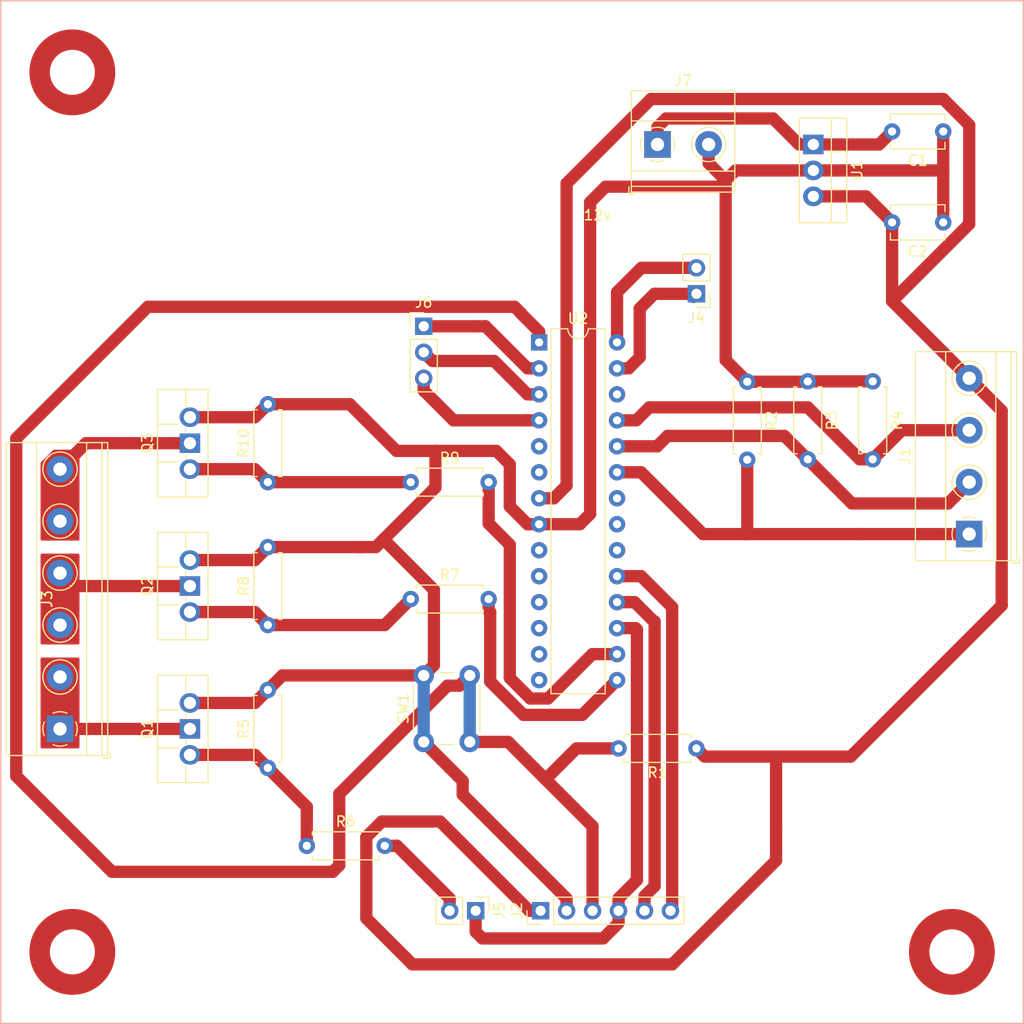
<source format=kicad_pcb>
(kicad_pcb (version 20171130) (host pcbnew 5.1.2)

  (general
    (thickness 1.6)
    (drawings 58)
    (tracks 220)
    (zones 0)
    (modules 25)
    (nets 37)
  )

  (page A4)
  (layers
    (0 F.Cu signal hide)
    (31 B.Cu signal hide)
    (32 B.Adhes user hide)
    (33 F.Adhes user hide)
    (34 B.Paste user hide)
    (35 F.Paste user hide)
    (36 B.SilkS user)
    (37 F.SilkS user hide)
    (38 B.Mask user hide)
    (39 F.Mask user hide)
    (40 Dwgs.User user hide)
    (41 Cmts.User user hide)
    (42 Eco1.User user hide)
    (43 Eco2.User user hide)
    (44 Edge.Cuts user hide)
    (45 Margin user hide)
    (46 B.CrtYd user hide)
    (47 F.CrtYd user)
    (48 B.Fab user hide)
    (49 F.Fab user hide)
  )

  (setup
    (last_trace_width 0.4)
    (user_trace_width 0.6)
    (user_trace_width 0.8)
    (user_trace_width 1.2)
    (user_trace_width 1.6)
    (trace_clearance 0.4)
    (zone_clearance 0.508)
    (zone_45_only no)
    (trace_min 0.2)
    (via_size 1)
    (via_drill 0.8)
    (via_min_size 0.4)
    (via_min_drill 0.3)
    (user_via 2 1)
    (uvia_size 0.3)
    (uvia_drill 0.1)
    (uvias_allowed no)
    (uvia_min_size 0.2)
    (uvia_min_drill 0.1)
    (edge_width 0.1)
    (segment_width 0.2)
    (pcb_text_width 0.3)
    (pcb_text_size 1.5 1.5)
    (mod_edge_width 0.15)
    (mod_text_size 1 1)
    (mod_text_width 0.15)
    (pad_size 1.524 1.524)
    (pad_drill 0.762)
    (pad_to_mask_clearance 0)
    (aux_axis_origin 0 0)
    (grid_origin 10 10)
    (visible_elements FFFFFF7F)
    (pcbplotparams
      (layerselection 0x010fc_ffffffff)
      (usegerberextensions false)
      (usegerberattributes false)
      (usegerberadvancedattributes false)
      (creategerberjobfile false)
      (excludeedgelayer true)
      (linewidth 0.100000)
      (plotframeref false)
      (viasonmask false)
      (mode 1)
      (useauxorigin false)
      (hpglpennumber 1)
      (hpglpenspeed 20)
      (hpglpendiameter 15.000000)
      (psnegative false)
      (psa4output false)
      (plotreference true)
      (plotvalue true)
      (plotinvisibletext false)
      (padsonsilk false)
      (subtractmaskfromsilk false)
      (outputformat 1)
      (mirror false)
      (drillshape 1)
      (scaleselection 1)
      (outputdirectory ""))
  )

  (net 0 "")
  (net 1 GND)
  (net 2 "Net-(C1-Pad2)")
  (net 3 "Net-(C2-Pad2)")
  (net 4 "Net-(J1-Pad1)")
  (net 5 "Net-(J1-Pad2)")
  (net 6 "Net-(J1-Pad3)")
  (net 7 "Net-(J2-Pad3)")
  (net 8 "Net-(J2-Pad4)")
  (net 9 "Net-(J2-Pad5)")
  (net 10 "Net-(J2-Pad6)")
  (net 11 "Net-(J3-Pad1)")
  (net 12 "Net-(J3-Pad5)")
  (net 13 "Net-(J4-Pad1)")
  (net 14 "Net-(J4-Pad2)")
  (net 15 "Net-(J5-Pad2)")
  (net 16 "Net-(J6-Pad1)")
  (net 17 "Net-(J6-Pad3)")
  (net 18 "Net-(J6-Pad2)")
  (net 19 "Net-(Q1-Pad2)")
  (net 20 "Net-(Q2-Pad2)")
  (net 21 "Net-(Q3-Pad2)")
  (net 22 "Net-(R7-Pad2)")
  (net 23 "Net-(R9-Pad2)")
  (net 24 "Net-(U2-Pad5)")
  (net 25 "Net-(U2-Pad6)")
  (net 26 "Net-(U2-Pad20)")
  (net 27 "Net-(U2-Pad21)")
  (net 28 "Net-(U2-Pad22)")
  (net 29 "Net-(U2-Pad9)")
  (net 30 "Net-(U2-Pad10)")
  (net 31 "Net-(U2-Pad11)")
  (net 32 "Net-(U2-Pad12)")
  (net 33 "Net-(U2-Pad26)")
  (net 34 "Net-(U2-Pad13)")
  (net 35 "Net-(U2-Pad14)")
  (net 36 "Net-(J3-Pad3)")

  (net_class Default "This is the default net class."
    (clearance 0.4)
    (trace_width 0.4)
    (via_dia 1)
    (via_drill 0.8)
    (uvia_dia 0.3)
    (uvia_drill 0.1)
    (add_net GND)
    (add_net "Net-(C1-Pad2)")
    (add_net "Net-(C2-Pad2)")
    (add_net "Net-(J1-Pad1)")
    (add_net "Net-(J1-Pad2)")
    (add_net "Net-(J1-Pad3)")
    (add_net "Net-(J2-Pad3)")
    (add_net "Net-(J2-Pad4)")
    (add_net "Net-(J3-Pad1)")
    (add_net "Net-(J3-Pad3)")
    (add_net "Net-(J3-Pad5)")
    (add_net "Net-(J4-Pad1)")
    (add_net "Net-(J4-Pad2)")
    (add_net "Net-(J5-Pad2)")
    (add_net "Net-(J6-Pad1)")
    (add_net "Net-(J6-Pad2)")
    (add_net "Net-(J6-Pad3)")
    (add_net "Net-(Q1-Pad2)")
    (add_net "Net-(Q2-Pad2)")
    (add_net "Net-(Q3-Pad2)")
    (add_net "Net-(R7-Pad2)")
    (add_net "Net-(R9-Pad2)")
    (add_net "Net-(U2-Pad10)")
    (add_net "Net-(U2-Pad11)")
    (add_net "Net-(U2-Pad12)")
    (add_net "Net-(U2-Pad13)")
    (add_net "Net-(U2-Pad14)")
    (add_net "Net-(U2-Pad20)")
    (add_net "Net-(U2-Pad21)")
    (add_net "Net-(U2-Pad22)")
    (add_net "Net-(U2-Pad26)")
    (add_net "Net-(U2-Pad5)")
    (add_net "Net-(U2-Pad6)")
    (add_net "Net-(U2-Pad9)")
  )

  (net_class 12v ""
    (clearance 0.2)
    (trace_width 0.8)
    (via_dia 1)
    (via_drill 0.8)
    (uvia_dia 0.3)
    (uvia_drill 0.1)
    (add_net "Net-(J2-Pad5)")
    (add_net "Net-(J2-Pad6)")
  )

  (module TerminalBlock_Phoenix:TerminalBlock_Phoenix_MKDS-1,5-6-5.08_1x06_P5.08mm_Horizontal (layer F.Cu) (tedit 5B294EBE) (tstamp 5D36592B)
    (at 105.795 121.2 90)
    (descr "Terminal Block Phoenix MKDS-1,5-6-5.08, 6 pins, pitch 5.08mm, size 30.5x9.8mm^2, drill diamater 1.3mm, pad diameter 2.6mm, see http://www.farnell.com/datasheets/100425.pdf, script-generated using https://github.com/pointhi/kicad-footprint-generator/scripts/TerminalBlock_Phoenix")
    (tags "THT Terminal Block Phoenix MKDS-1,5-6-5.08 pitch 5.08mm size 30.5x9.8mm^2 drill 1.3mm pad 2.6mm")
    (path /5D33EAE3)
    (fp_text reference J3 (at 12.7 -1.27 90) (layer F.SilkS)
      (effects (font (size 1 1) (thickness 0.15)))
    )
    (fp_text value "Screw_Terminal_01x06 (output)" (at 12.7 5.66 90) (layer F.Fab)
      (effects (font (size 1 1) (thickness 0.15)))
    )
    (fp_text user %R (at 12.7 3.2 90) (layer F.Fab)
      (effects (font (size 1 1) (thickness 0.15)))
    )
    (fp_line (start 28.44 -5.71) (end -3.04 -5.71) (layer F.CrtYd) (width 0.05))
    (fp_line (start 28.44 5.1) (end 28.44 -5.71) (layer F.CrtYd) (width 0.05))
    (fp_line (start -3.04 5.1) (end 28.44 5.1) (layer F.CrtYd) (width 0.05))
    (fp_line (start -3.04 -5.71) (end -3.04 5.1) (layer F.CrtYd) (width 0.05))
    (fp_line (start -2.84 4.9) (end -2.34 4.9) (layer F.SilkS) (width 0.12))
    (fp_line (start -2.84 4.16) (end -2.84 4.9) (layer F.SilkS) (width 0.12))
    (fp_line (start 24.173 1.023) (end 24.126 1.069) (layer F.SilkS) (width 0.12))
    (fp_line (start 26.47 -1.275) (end 26.435 -1.239) (layer F.SilkS) (width 0.12))
    (fp_line (start 24.366 1.239) (end 24.331 1.274) (layer F.SilkS) (width 0.12))
    (fp_line (start 26.675 -1.069) (end 26.628 -1.023) (layer F.SilkS) (width 0.12))
    (fp_line (start 26.355 -1.138) (end 24.263 0.955) (layer F.Fab) (width 0.1))
    (fp_line (start 26.538 -0.955) (end 24.446 1.138) (layer F.Fab) (width 0.1))
    (fp_line (start 19.093 1.023) (end 19.046 1.069) (layer F.SilkS) (width 0.12))
    (fp_line (start 21.39 -1.275) (end 21.355 -1.239) (layer F.SilkS) (width 0.12))
    (fp_line (start 19.286 1.239) (end 19.251 1.274) (layer F.SilkS) (width 0.12))
    (fp_line (start 21.595 -1.069) (end 21.548 -1.023) (layer F.SilkS) (width 0.12))
    (fp_line (start 21.275 -1.138) (end 19.183 0.955) (layer F.Fab) (width 0.1))
    (fp_line (start 21.458 -0.955) (end 19.366 1.138) (layer F.Fab) (width 0.1))
    (fp_line (start 14.013 1.023) (end 13.966 1.069) (layer F.SilkS) (width 0.12))
    (fp_line (start 16.31 -1.275) (end 16.275 -1.239) (layer F.SilkS) (width 0.12))
    (fp_line (start 14.206 1.239) (end 14.171 1.274) (layer F.SilkS) (width 0.12))
    (fp_line (start 16.515 -1.069) (end 16.468 -1.023) (layer F.SilkS) (width 0.12))
    (fp_line (start 16.195 -1.138) (end 14.103 0.955) (layer F.Fab) (width 0.1))
    (fp_line (start 16.378 -0.955) (end 14.286 1.138) (layer F.Fab) (width 0.1))
    (fp_line (start 8.933 1.023) (end 8.886 1.069) (layer F.SilkS) (width 0.12))
    (fp_line (start 11.23 -1.275) (end 11.195 -1.239) (layer F.SilkS) (width 0.12))
    (fp_line (start 9.126 1.239) (end 9.091 1.274) (layer F.SilkS) (width 0.12))
    (fp_line (start 11.435 -1.069) (end 11.388 -1.023) (layer F.SilkS) (width 0.12))
    (fp_line (start 11.115 -1.138) (end 9.023 0.955) (layer F.Fab) (width 0.1))
    (fp_line (start 11.298 -0.955) (end 9.206 1.138) (layer F.Fab) (width 0.1))
    (fp_line (start 3.853 1.023) (end 3.806 1.069) (layer F.SilkS) (width 0.12))
    (fp_line (start 6.15 -1.275) (end 6.115 -1.239) (layer F.SilkS) (width 0.12))
    (fp_line (start 4.046 1.239) (end 4.011 1.274) (layer F.SilkS) (width 0.12))
    (fp_line (start 6.355 -1.069) (end 6.308 -1.023) (layer F.SilkS) (width 0.12))
    (fp_line (start 6.035 -1.138) (end 3.943 0.955) (layer F.Fab) (width 0.1))
    (fp_line (start 6.218 -0.955) (end 4.126 1.138) (layer F.Fab) (width 0.1))
    (fp_line (start 0.955 -1.138) (end -1.138 0.955) (layer F.Fab) (width 0.1))
    (fp_line (start 1.138 -0.955) (end -0.955 1.138) (layer F.Fab) (width 0.1))
    (fp_line (start 28 -5.261) (end 28 4.66) (layer F.SilkS) (width 0.12))
    (fp_line (start -2.6 -5.261) (end -2.6 4.66) (layer F.SilkS) (width 0.12))
    (fp_line (start -2.6 4.66) (end 28 4.66) (layer F.SilkS) (width 0.12))
    (fp_line (start -2.6 -5.261) (end 28 -5.261) (layer F.SilkS) (width 0.12))
    (fp_line (start -2.6 -2.301) (end 28 -2.301) (layer F.SilkS) (width 0.12))
    (fp_line (start -2.54 -2.3) (end 27.94 -2.3) (layer F.Fab) (width 0.1))
    (fp_line (start -2.6 2.6) (end 28 2.6) (layer F.SilkS) (width 0.12))
    (fp_line (start -2.54 2.6) (end 27.94 2.6) (layer F.Fab) (width 0.1))
    (fp_line (start -2.6 4.1) (end 28 4.1) (layer F.SilkS) (width 0.12))
    (fp_line (start -2.54 4.1) (end 27.94 4.1) (layer F.Fab) (width 0.1))
    (fp_line (start -2.54 4.1) (end -2.54 -5.2) (layer F.Fab) (width 0.1))
    (fp_line (start -2.04 4.6) (end -2.54 4.1) (layer F.Fab) (width 0.1))
    (fp_line (start 27.94 4.6) (end -2.04 4.6) (layer F.Fab) (width 0.1))
    (fp_line (start 27.94 -5.2) (end 27.94 4.6) (layer F.Fab) (width 0.1))
    (fp_line (start -2.54 -5.2) (end 27.94 -5.2) (layer F.Fab) (width 0.1))
    (fp_circle (center 25.4 0) (end 27.08 0) (layer F.SilkS) (width 0.12))
    (fp_circle (center 25.4 0) (end 26.9 0) (layer F.Fab) (width 0.1))
    (fp_circle (center 20.32 0) (end 22 0) (layer F.SilkS) (width 0.12))
    (fp_circle (center 20.32 0) (end 21.82 0) (layer F.Fab) (width 0.1))
    (fp_circle (center 15.24 0) (end 16.92 0) (layer F.SilkS) (width 0.12))
    (fp_circle (center 15.24 0) (end 16.74 0) (layer F.Fab) (width 0.1))
    (fp_circle (center 10.16 0) (end 11.84 0) (layer F.SilkS) (width 0.12))
    (fp_circle (center 10.16 0) (end 11.66 0) (layer F.Fab) (width 0.1))
    (fp_circle (center 5.08 0) (end 6.76 0) (layer F.SilkS) (width 0.12))
    (fp_circle (center 5.08 0) (end 6.58 0) (layer F.Fab) (width 0.1))
    (fp_circle (center 0 0) (end 1.5 0) (layer F.Fab) (width 0.1))
    (fp_arc (start 0 0) (end -0.684 1.535) (angle -25) (layer F.SilkS) (width 0.12))
    (fp_arc (start 0 0) (end -1.535 -0.684) (angle -48) (layer F.SilkS) (width 0.12))
    (fp_arc (start 0 0) (end 0.684 -1.535) (angle -48) (layer F.SilkS) (width 0.12))
    (fp_arc (start 0 0) (end 1.535 0.684) (angle -48) (layer F.SilkS) (width 0.12))
    (fp_arc (start 0 0) (end 0 1.68) (angle -24) (layer F.SilkS) (width 0.12))
    (pad 6 thru_hole circle (at 25.4 0 90) (size 2.6 2.6) (drill 1.3) (layers *.Cu *.Mask)
      (net 12 "Net-(J3-Pad5)"))
    (pad 5 thru_hole circle (at 20.32 0 90) (size 2.6 2.6) (drill 1.3) (layers *.Cu *.Mask)
      (net 12 "Net-(J3-Pad5)"))
    (pad 4 thru_hole circle (at 15.24 0 90) (size 2.6 2.6) (drill 1.3) (layers *.Cu *.Mask)
      (net 36 "Net-(J3-Pad3)"))
    (pad 3 thru_hole circle (at 10.16 0 90) (size 2.6 2.6) (drill 1.3) (layers *.Cu *.Mask)
      (net 36 "Net-(J3-Pad3)"))
    (pad 2 thru_hole circle (at 5.08 0 90) (size 2.6 2.6) (drill 1.3) (layers *.Cu *.Mask)
      (net 11 "Net-(J3-Pad1)"))
    (pad 1 thru_hole rect (at 0 0 90) (size 2.6 2.6) (drill 1.3) (layers *.Cu *.Mask)
      (net 11 "Net-(J3-Pad1)"))
    (model ${KISYS3DMOD}/TerminalBlock_Phoenix.3dshapes/TerminalBlock_Phoenix_MKDS-1,5-6-5.08_1x06_P5.08mm_Horizontal.wrl
      (at (xyz 0 0 0))
      (scale (xyz 1 1 1))
      (rotate (xyz 0 0 0))
    )
  )

  (module Package_DIP:DIP-28_W7.62mm (layer F.Cu) (tedit 5A02E8C5) (tstamp 5D3656D4)
    (at 152.640001 83.405001)
    (descr "28-lead though-hole mounted DIP package, row spacing 7.62 mm (300 mils)")
    (tags "THT DIP DIL PDIP 2.54mm 7.62mm 300mil")
    (path /5D2E1E82)
    (fp_text reference U2 (at 3.81 -2.33) (layer F.SilkS)
      (effects (font (size 1 1) (thickness 0.15)))
    )
    (fp_text value ATmega8A-PU (at 3.81 35.35) (layer F.Fab)
      (effects (font (size 1 1) (thickness 0.15)))
    )
    (fp_text user %R (at 3.81 16.51) (layer F.Fab)
      (effects (font (size 1 1) (thickness 0.15)))
    )
    (fp_line (start 8.7 -1.55) (end -1.1 -1.55) (layer F.CrtYd) (width 0.05))
    (fp_line (start 8.7 34.55) (end 8.7 -1.55) (layer F.CrtYd) (width 0.05))
    (fp_line (start -1.1 34.55) (end 8.7 34.55) (layer F.CrtYd) (width 0.05))
    (fp_line (start -1.1 -1.55) (end -1.1 34.55) (layer F.CrtYd) (width 0.05))
    (fp_line (start 6.46 -1.33) (end 4.81 -1.33) (layer F.SilkS) (width 0.12))
    (fp_line (start 6.46 34.35) (end 6.46 -1.33) (layer F.SilkS) (width 0.12))
    (fp_line (start 1.16 34.35) (end 6.46 34.35) (layer F.SilkS) (width 0.12))
    (fp_line (start 1.16 -1.33) (end 1.16 34.35) (layer F.SilkS) (width 0.12))
    (fp_line (start 2.81 -1.33) (end 1.16 -1.33) (layer F.SilkS) (width 0.12))
    (fp_line (start 0.635 -0.27) (end 1.635 -1.27) (layer F.Fab) (width 0.1))
    (fp_line (start 0.635 34.29) (end 0.635 -0.27) (layer F.Fab) (width 0.1))
    (fp_line (start 6.985 34.29) (end 0.635 34.29) (layer F.Fab) (width 0.1))
    (fp_line (start 6.985 -1.27) (end 6.985 34.29) (layer F.Fab) (width 0.1))
    (fp_line (start 1.635 -1.27) (end 6.985 -1.27) (layer F.Fab) (width 0.1))
    (fp_arc (start 3.81 -1.33) (end 2.81 -1.33) (angle -180) (layer F.SilkS) (width 0.12))
    (pad 28 thru_hole oval (at 7.62 0) (size 1.6 1.6) (drill 0.8) (layers *.Cu *.Mask)
      (net 14 "Net-(J4-Pad2)"))
    (pad 14 thru_hole oval (at 0 33.02) (size 1.6 1.6) (drill 0.8) (layers *.Cu *.Mask)
      (net 35 "Net-(U2-Pad14)"))
    (pad 27 thru_hole oval (at 7.62 2.54) (size 1.6 1.6) (drill 0.8) (layers *.Cu *.Mask)
      (net 13 "Net-(J4-Pad1)"))
    (pad 13 thru_hole oval (at 0 30.48) (size 1.6 1.6) (drill 0.8) (layers *.Cu *.Mask)
      (net 34 "Net-(U2-Pad13)"))
    (pad 26 thru_hole oval (at 7.62 5.08) (size 1.6 1.6) (drill 0.8) (layers *.Cu *.Mask)
      (net 33 "Net-(U2-Pad26)"))
    (pad 12 thru_hole oval (at 0 27.94) (size 1.6 1.6) (drill 0.8) (layers *.Cu *.Mask)
      (net 32 "Net-(U2-Pad12)"))
    (pad 25 thru_hole oval (at 7.62 7.62) (size 1.6 1.6) (drill 0.8) (layers *.Cu *.Mask)
      (net 6 "Net-(J1-Pad3)"))
    (pad 11 thru_hole oval (at 0 25.4) (size 1.6 1.6) (drill 0.8) (layers *.Cu *.Mask)
      (net 31 "Net-(U2-Pad11)"))
    (pad 24 thru_hole oval (at 7.62 10.16) (size 1.6 1.6) (drill 0.8) (layers *.Cu *.Mask)
      (net 5 "Net-(J1-Pad2)"))
    (pad 10 thru_hole oval (at 0 22.86) (size 1.6 1.6) (drill 0.8) (layers *.Cu *.Mask)
      (net 30 "Net-(U2-Pad10)"))
    (pad 23 thru_hole oval (at 7.62 12.7) (size 1.6 1.6) (drill 0.8) (layers *.Cu *.Mask)
      (net 4 "Net-(J1-Pad1)"))
    (pad 9 thru_hole oval (at 0 20.32) (size 1.6 1.6) (drill 0.8) (layers *.Cu *.Mask)
      (net 29 "Net-(U2-Pad9)"))
    (pad 22 thru_hole oval (at 7.62 15.24) (size 1.6 1.6) (drill 0.8) (layers *.Cu *.Mask)
      (net 28 "Net-(U2-Pad22)"))
    (pad 8 thru_hole oval (at 0 17.78) (size 1.6 1.6) (drill 0.8) (layers *.Cu *.Mask)
      (net 1 GND))
    (pad 21 thru_hole oval (at 7.62 17.78) (size 1.6 1.6) (drill 0.8) (layers *.Cu *.Mask)
      (net 27 "Net-(U2-Pad21)"))
    (pad 7 thru_hole oval (at 0 15.24) (size 1.6 1.6) (drill 0.8) (layers *.Cu *.Mask)
      (net 3 "Net-(C2-Pad2)"))
    (pad 20 thru_hole oval (at 7.62 20.32) (size 1.6 1.6) (drill 0.8) (layers *.Cu *.Mask)
      (net 26 "Net-(U2-Pad20)"))
    (pad 6 thru_hole oval (at 0 12.7) (size 1.6 1.6) (drill 0.8) (layers *.Cu *.Mask)
      (net 25 "Net-(U2-Pad6)"))
    (pad 19 thru_hole oval (at 7.62 22.86) (size 1.6 1.6) (drill 0.8) (layers *.Cu *.Mask)
      (net 10 "Net-(J2-Pad6)"))
    (pad 5 thru_hole oval (at 0 10.16) (size 1.6 1.6) (drill 0.8) (layers *.Cu *.Mask)
      (net 24 "Net-(U2-Pad5)"))
    (pad 18 thru_hole oval (at 7.62 25.4) (size 1.6 1.6) (drill 0.8) (layers *.Cu *.Mask)
      (net 9 "Net-(J2-Pad5)"))
    (pad 4 thru_hole oval (at 0 7.62) (size 1.6 1.6) (drill 0.8) (layers *.Cu *.Mask)
      (net 17 "Net-(J6-Pad3)"))
    (pad 17 thru_hole oval (at 7.62 27.94) (size 1.6 1.6) (drill 0.8) (layers *.Cu *.Mask)
      (net 8 "Net-(J2-Pad4)"))
    (pad 3 thru_hole oval (at 0 5.08) (size 1.6 1.6) (drill 0.8) (layers *.Cu *.Mask)
      (net 18 "Net-(J6-Pad2)"))
    (pad 16 thru_hole oval (at 7.62 30.48) (size 1.6 1.6) (drill 0.8) (layers *.Cu *.Mask)
      (net 23 "Net-(R9-Pad2)"))
    (pad 2 thru_hole oval (at 0 2.54) (size 1.6 1.6) (drill 0.8) (layers *.Cu *.Mask)
      (net 16 "Net-(J6-Pad1)"))
    (pad 15 thru_hole oval (at 7.62 33.02) (size 1.6 1.6) (drill 0.8) (layers *.Cu *.Mask)
      (net 22 "Net-(R7-Pad2)"))
    (pad 1 thru_hole rect (at 0 0) (size 1.6 1.6) (drill 0.8) (layers *.Cu *.Mask)
      (net 7 "Net-(J2-Pad3)"))
    (model ${KISYS3DMOD}/Package_DIP.3dshapes/DIP-28_W7.62mm.wrl
      (at (xyz 0 0 0))
      (scale (xyz 1 1 1))
      (rotate (xyz 0 0 0))
    )
  )

  (module Capacitor_THT:C_Disc_D5.1mm_W3.2mm_P5.00mm (layer F.Cu) (tedit 5AE50EF0) (tstamp 5D365B21)
    (at 192.155 62.78 180)
    (descr "C, Disc series, Radial, pin pitch=5.00mm, , diameter*width=5.1*3.2mm^2, Capacitor, http://www.vishay.com/docs/45233/krseries.pdf")
    (tags "C Disc series Radial pin pitch 5.00mm  diameter 5.1mm width 3.2mm Capacitor")
    (path /5D2E4D4B)
    (fp_text reference C1 (at 2.5 -2.85) (layer F.SilkS)
      (effects (font (size 1 1) (thickness 0.15)))
    )
    (fp_text value 3.3uF (at 2.5 2.85) (layer F.Fab)
      (effects (font (size 1 1) (thickness 0.15)))
    )
    (fp_text user %R (at 2.5 0) (layer F.Fab)
      (effects (font (size 1 1) (thickness 0.15)))
    )
    (fp_line (start 6.05 -1.85) (end -1.05 -1.85) (layer F.CrtYd) (width 0.05))
    (fp_line (start 6.05 1.85) (end 6.05 -1.85) (layer F.CrtYd) (width 0.05))
    (fp_line (start -1.05 1.85) (end 6.05 1.85) (layer F.CrtYd) (width 0.05))
    (fp_line (start -1.05 -1.85) (end -1.05 1.85) (layer F.CrtYd) (width 0.05))
    (fp_line (start 5.17 1.055) (end 5.17 1.721) (layer F.SilkS) (width 0.12))
    (fp_line (start 5.17 -1.721) (end 5.17 -1.055) (layer F.SilkS) (width 0.12))
    (fp_line (start -0.17 1.055) (end -0.17 1.721) (layer F.SilkS) (width 0.12))
    (fp_line (start -0.17 -1.721) (end -0.17 -1.055) (layer F.SilkS) (width 0.12))
    (fp_line (start -0.17 1.721) (end 5.17 1.721) (layer F.SilkS) (width 0.12))
    (fp_line (start -0.17 -1.721) (end 5.17 -1.721) (layer F.SilkS) (width 0.12))
    (fp_line (start 5.05 -1.6) (end -0.05 -1.6) (layer F.Fab) (width 0.1))
    (fp_line (start 5.05 1.6) (end 5.05 -1.6) (layer F.Fab) (width 0.1))
    (fp_line (start -0.05 1.6) (end 5.05 1.6) (layer F.Fab) (width 0.1))
    (fp_line (start -0.05 -1.6) (end -0.05 1.6) (layer F.Fab) (width 0.1))
    (pad 2 thru_hole circle (at 5 0 180) (size 1.6 1.6) (drill 0.8) (layers *.Cu *.Mask)
      (net 2 "Net-(C1-Pad2)"))
    (pad 1 thru_hole circle (at 0 0 180) (size 1.6 1.6) (drill 0.8) (layers *.Cu *.Mask)
      (net 1 GND))
    (model ${KISYS3DMOD}/Capacitor_THT.3dshapes/C_Disc_D5.1mm_W3.2mm_P5.00mm.wrl
      (at (xyz 0 0 0))
      (scale (xyz 1 1 1))
      (rotate (xyz 0 0 0))
    )
  )

  (module Capacitor_THT:C_Disc_D5.1mm_W3.2mm_P5.00mm (layer F.Cu) (tedit 5AE50EF0) (tstamp 5D365AE5)
    (at 192.155 71.67 180)
    (descr "C, Disc series, Radial, pin pitch=5.00mm, , diameter*width=5.1*3.2mm^2, Capacitor, http://www.vishay.com/docs/45233/krseries.pdf")
    (tags "C Disc series Radial pin pitch 5.00mm  diameter 5.1mm width 3.2mm Capacitor")
    (path /5D2E5AF7)
    (fp_text reference C2 (at 2.5 -2.85) (layer F.SilkS)
      (effects (font (size 1 1) (thickness 0.15)))
    )
    (fp_text value 0.1uF (at 2.5 2.85) (layer F.Fab)
      (effects (font (size 1 1) (thickness 0.15)))
    )
    (fp_line (start -0.05 -1.6) (end -0.05 1.6) (layer F.Fab) (width 0.1))
    (fp_line (start -0.05 1.6) (end 5.05 1.6) (layer F.Fab) (width 0.1))
    (fp_line (start 5.05 1.6) (end 5.05 -1.6) (layer F.Fab) (width 0.1))
    (fp_line (start 5.05 -1.6) (end -0.05 -1.6) (layer F.Fab) (width 0.1))
    (fp_line (start -0.17 -1.721) (end 5.17 -1.721) (layer F.SilkS) (width 0.12))
    (fp_line (start -0.17 1.721) (end 5.17 1.721) (layer F.SilkS) (width 0.12))
    (fp_line (start -0.17 -1.721) (end -0.17 -1.055) (layer F.SilkS) (width 0.12))
    (fp_line (start -0.17 1.055) (end -0.17 1.721) (layer F.SilkS) (width 0.12))
    (fp_line (start 5.17 -1.721) (end 5.17 -1.055) (layer F.SilkS) (width 0.12))
    (fp_line (start 5.17 1.055) (end 5.17 1.721) (layer F.SilkS) (width 0.12))
    (fp_line (start -1.05 -1.85) (end -1.05 1.85) (layer F.CrtYd) (width 0.05))
    (fp_line (start -1.05 1.85) (end 6.05 1.85) (layer F.CrtYd) (width 0.05))
    (fp_line (start 6.05 1.85) (end 6.05 -1.85) (layer F.CrtYd) (width 0.05))
    (fp_line (start 6.05 -1.85) (end -1.05 -1.85) (layer F.CrtYd) (width 0.05))
    (fp_text user %R (at 2.5 0 180) (layer F.Fab)
      (effects (font (size 1 1) (thickness 0.15)))
    )
    (pad 1 thru_hole circle (at 0 0 180) (size 1.6 1.6) (drill 0.8) (layers *.Cu *.Mask)
      (net 1 GND))
    (pad 2 thru_hole circle (at 5 0 180) (size 1.6 1.6) (drill 0.8) (layers *.Cu *.Mask)
      (net 3 "Net-(C2-Pad2)"))
    (model ${KISYS3DMOD}/Capacitor_THT.3dshapes/C_Disc_D5.1mm_W3.2mm_P5.00mm.wrl
      (at (xyz 0 0 0))
      (scale (xyz 1 1 1))
      (rotate (xyz 0 0 0))
    )
  )

  (module TerminalBlock_Phoenix:TerminalBlock_Phoenix_MKDS-1,5-4-5.08_1x04_P5.08mm_Horizontal (layer F.Cu) (tedit 5B294EBC) (tstamp 5D365CA3)
    (at 194.695 102.15 90)
    (descr "Terminal Block Phoenix MKDS-1,5-4-5.08, 4 pins, pitch 5.08mm, size 20.3x9.8mm^2, drill diamater 1.3mm, pad diameter 2.6mm, see http://www.farnell.com/datasheets/100425.pdf, script-generated using https://github.com/pointhi/kicad-footprint-generator/scripts/TerminalBlock_Phoenix")
    (tags "THT Terminal Block Phoenix MKDS-1,5-4-5.08 pitch 5.08mm size 20.3x9.8mm^2 drill 1.3mm pad 2.6mm")
    (path /5D319A22)
    (fp_text reference J1 (at 7.62 -6.26 90) (layer F.SilkS)
      (effects (font (size 1 1) (thickness 0.15)))
    )
    (fp_text value "Screw_Terminal_01x04 (buttons)" (at 7.62 5.66 90) (layer F.Fab)
      (effects (font (size 1 1) (thickness 0.15)))
    )
    (fp_text user %R (at 7.62 3.2 90) (layer F.Fab)
      (effects (font (size 1 1) (thickness 0.15)))
    )
    (fp_line (start 18.28 -5.71) (end -3.04 -5.71) (layer F.CrtYd) (width 0.05))
    (fp_line (start 18.28 5.1) (end 18.28 -5.71) (layer F.CrtYd) (width 0.05))
    (fp_line (start -3.04 5.1) (end 18.28 5.1) (layer F.CrtYd) (width 0.05))
    (fp_line (start -3.04 -5.71) (end -3.04 5.1) (layer F.CrtYd) (width 0.05))
    (fp_line (start -2.84 4.9) (end -2.34 4.9) (layer F.SilkS) (width 0.12))
    (fp_line (start -2.84 4.16) (end -2.84 4.9) (layer F.SilkS) (width 0.12))
    (fp_line (start 14.013 1.023) (end 13.966 1.069) (layer F.SilkS) (width 0.12))
    (fp_line (start 16.31 -1.275) (end 16.275 -1.239) (layer F.SilkS) (width 0.12))
    (fp_line (start 14.206 1.239) (end 14.171 1.274) (layer F.SilkS) (width 0.12))
    (fp_line (start 16.515 -1.069) (end 16.468 -1.023) (layer F.SilkS) (width 0.12))
    (fp_line (start 16.195 -1.138) (end 14.103 0.955) (layer F.Fab) (width 0.1))
    (fp_line (start 16.378 -0.955) (end 14.286 1.138) (layer F.Fab) (width 0.1))
    (fp_line (start 8.933 1.023) (end 8.886 1.069) (layer F.SilkS) (width 0.12))
    (fp_line (start 11.23 -1.275) (end 11.195 -1.239) (layer F.SilkS) (width 0.12))
    (fp_line (start 9.126 1.239) (end 9.091 1.274) (layer F.SilkS) (width 0.12))
    (fp_line (start 11.435 -1.069) (end 11.388 -1.023) (layer F.SilkS) (width 0.12))
    (fp_line (start 11.115 -1.138) (end 9.023 0.955) (layer F.Fab) (width 0.1))
    (fp_line (start 11.298 -0.955) (end 9.206 1.138) (layer F.Fab) (width 0.1))
    (fp_line (start 3.853 1.023) (end 3.806 1.069) (layer F.SilkS) (width 0.12))
    (fp_line (start 6.15 -1.275) (end 6.115 -1.239) (layer F.SilkS) (width 0.12))
    (fp_line (start 4.046 1.239) (end 4.011 1.274) (layer F.SilkS) (width 0.12))
    (fp_line (start 6.355 -1.069) (end 6.308 -1.023) (layer F.SilkS) (width 0.12))
    (fp_line (start 6.035 -1.138) (end 3.943 0.955) (layer F.Fab) (width 0.1))
    (fp_line (start 6.218 -0.955) (end 4.126 1.138) (layer F.Fab) (width 0.1))
    (fp_line (start 0.955 -1.138) (end -1.138 0.955) (layer F.Fab) (width 0.1))
    (fp_line (start 1.138 -0.955) (end -0.955 1.138) (layer F.Fab) (width 0.1))
    (fp_line (start 17.84 -5.261) (end 17.84 4.66) (layer F.SilkS) (width 0.12))
    (fp_line (start -2.6 -5.261) (end -2.6 4.66) (layer F.SilkS) (width 0.12))
    (fp_line (start -2.6 4.66) (end 17.84 4.66) (layer F.SilkS) (width 0.12))
    (fp_line (start -2.6 -5.261) (end 17.84 -5.261) (layer F.SilkS) (width 0.12))
    (fp_line (start -2.6 -2.301) (end 17.84 -2.301) (layer F.SilkS) (width 0.12))
    (fp_line (start -2.54 -2.3) (end 17.78 -2.3) (layer F.Fab) (width 0.1))
    (fp_line (start -2.6 2.6) (end 17.84 2.6) (layer F.SilkS) (width 0.12))
    (fp_line (start -2.54 2.6) (end 17.78 2.6) (layer F.Fab) (width 0.1))
    (fp_line (start -2.6 4.1) (end 17.84 4.1) (layer F.SilkS) (width 0.12))
    (fp_line (start -2.54 4.1) (end 17.78 4.1) (layer F.Fab) (width 0.1))
    (fp_line (start -2.54 4.1) (end -2.54 -5.2) (layer F.Fab) (width 0.1))
    (fp_line (start -2.04 4.6) (end -2.54 4.1) (layer F.Fab) (width 0.1))
    (fp_line (start 17.78 4.6) (end -2.04 4.6) (layer F.Fab) (width 0.1))
    (fp_line (start 17.78 -5.2) (end 17.78 4.6) (layer F.Fab) (width 0.1))
    (fp_line (start -2.54 -5.2) (end 17.78 -5.2) (layer F.Fab) (width 0.1))
    (fp_circle (center 15.24 0) (end 16.92 0) (layer F.SilkS) (width 0.12))
    (fp_circle (center 15.24 0) (end 16.74 0) (layer F.Fab) (width 0.1))
    (fp_circle (center 10.16 0) (end 11.84 0) (layer F.SilkS) (width 0.12))
    (fp_circle (center 10.16 0) (end 11.66 0) (layer F.Fab) (width 0.1))
    (fp_circle (center 5.08 0) (end 6.76 0) (layer F.SilkS) (width 0.12))
    (fp_circle (center 5.08 0) (end 6.58 0) (layer F.Fab) (width 0.1))
    (fp_circle (center 0 0) (end 1.5 0) (layer F.Fab) (width 0.1))
    (fp_arc (start 0 0) (end -0.684 1.535) (angle -25) (layer F.SilkS) (width 0.12))
    (fp_arc (start 0 0) (end -1.535 -0.684) (angle -48) (layer F.SilkS) (width 0.12))
    (fp_arc (start 0 0) (end 0.684 -1.535) (angle -48) (layer F.SilkS) (width 0.12))
    (fp_arc (start 0 0) (end 1.535 0.684) (angle -48) (layer F.SilkS) (width 0.12))
    (fp_arc (start 0 0) (end 0 1.68) (angle -24) (layer F.SilkS) (width 0.12))
    (pad 4 thru_hole circle (at 15.24 0 90) (size 2.6 2.6) (drill 1.3) (layers *.Cu *.Mask)
      (net 3 "Net-(C2-Pad2)"))
    (pad 3 thru_hole circle (at 10.16 0 90) (size 2.6 2.6) (drill 1.3) (layers *.Cu *.Mask)
      (net 6 "Net-(J1-Pad3)"))
    (pad 2 thru_hole circle (at 5.08 0 90) (size 2.6 2.6) (drill 1.3) (layers *.Cu *.Mask)
      (net 5 "Net-(J1-Pad2)"))
    (pad 1 thru_hole rect (at 0 0 90) (size 2.6 2.6) (drill 1.3) (layers *.Cu *.Mask)
      (net 4 "Net-(J1-Pad1)"))
    (model ${KISYS3DMOD}/TerminalBlock_Phoenix.3dshapes/TerminalBlock_Phoenix_MKDS-1,5-4-5.08_1x04_P5.08mm_Horizontal.wrl
      (at (xyz 0 0 0))
      (scale (xyz 1 1 1))
      (rotate (xyz 0 0 0))
    )
  )

  (module Connector_PinHeader_2.54mm:PinHeader_1x06_P2.54mm_Vertical (layer F.Cu) (tedit 59FED5CC) (tstamp 5D365C34)
    (at 152.785 138.98 90)
    (descr "Through hole straight pin header, 1x06, 2.54mm pitch, single row")
    (tags "Through hole pin header THT 1x06 2.54mm single row")
    (path /5D312115)
    (fp_text reference J2 (at 0 -2.33 90) (layer F.SilkS)
      (effects (font (size 1 1) (thickness 0.15)))
    )
    (fp_text value "Conn_01x06_Male (programmer)" (at 0 15.03 90) (layer F.Fab)
      (effects (font (size 1 1) (thickness 0.15)))
    )
    (fp_text user %R (at 0 6.35) (layer F.Fab)
      (effects (font (size 1 1) (thickness 0.15)))
    )
    (fp_line (start 1.8 -1.8) (end -1.8 -1.8) (layer F.CrtYd) (width 0.05))
    (fp_line (start 1.8 14.5) (end 1.8 -1.8) (layer F.CrtYd) (width 0.05))
    (fp_line (start -1.8 14.5) (end 1.8 14.5) (layer F.CrtYd) (width 0.05))
    (fp_line (start -1.8 -1.8) (end -1.8 14.5) (layer F.CrtYd) (width 0.05))
    (fp_line (start -1.33 -1.33) (end 0 -1.33) (layer F.SilkS) (width 0.12))
    (fp_line (start -1.33 0) (end -1.33 -1.33) (layer F.SilkS) (width 0.12))
    (fp_line (start -1.33 1.27) (end 1.33 1.27) (layer F.SilkS) (width 0.12))
    (fp_line (start 1.33 1.27) (end 1.33 14.03) (layer F.SilkS) (width 0.12))
    (fp_line (start -1.33 1.27) (end -1.33 14.03) (layer F.SilkS) (width 0.12))
    (fp_line (start -1.33 14.03) (end 1.33 14.03) (layer F.SilkS) (width 0.12))
    (fp_line (start -1.27 -0.635) (end -0.635 -1.27) (layer F.Fab) (width 0.1))
    (fp_line (start -1.27 13.97) (end -1.27 -0.635) (layer F.Fab) (width 0.1))
    (fp_line (start 1.27 13.97) (end -1.27 13.97) (layer F.Fab) (width 0.1))
    (fp_line (start 1.27 -1.27) (end 1.27 13.97) (layer F.Fab) (width 0.1))
    (fp_line (start -0.635 -1.27) (end 1.27 -1.27) (layer F.Fab) (width 0.1))
    (pad 6 thru_hole oval (at 0 12.7 90) (size 1.7 1.7) (drill 1) (layers *.Cu *.Mask)
      (net 10 "Net-(J2-Pad6)"))
    (pad 5 thru_hole oval (at 0 10.16 90) (size 1.7 1.7) (drill 1) (layers *.Cu *.Mask)
      (net 9 "Net-(J2-Pad5)"))
    (pad 4 thru_hole oval (at 0 7.62 90) (size 1.7 1.7) (drill 1) (layers *.Cu *.Mask)
      (net 8 "Net-(J2-Pad4)"))
    (pad 3 thru_hole oval (at 0 5.08 90) (size 1.7 1.7) (drill 1) (layers *.Cu *.Mask)
      (net 7 "Net-(J2-Pad3)"))
    (pad 2 thru_hole oval (at 0 2.54 90) (size 1.7 1.7) (drill 1) (layers *.Cu *.Mask)
      (net 1 GND))
    (pad 1 thru_hole rect (at 0 0 90) (size 1.7 1.7) (drill 1) (layers *.Cu *.Mask)
      (net 3 "Net-(C2-Pad2)"))
    (model ${KISYS3DMOD}/Connector_PinHeader_2.54mm.3dshapes/PinHeader_1x06_P2.54mm_Vertical.wrl
      (at (xyz 0 0 0))
      (scale (xyz 1 1 1))
      (rotate (xyz 0 0 0))
    )
  )

  (module TerminalBlock_Phoenix:TerminalBlock_Phoenix_MKDS-1,5-2_1x02_P5.00mm_Horizontal (layer F.Cu) (tedit 5B294EE5) (tstamp 5D365BC2)
    (at 164.215 64.05)
    (descr "Terminal Block Phoenix MKDS-1,5-2, 2 pins, pitch 5mm, size 10x9.8mm^2, drill diamater 1.3mm, pad diameter 2.6mm, see http://www.farnell.com/datasheets/100425.pdf, script-generated using https://github.com/pointhi/kicad-footprint-generator/scripts/TerminalBlock_Phoenix")
    (tags "THT Terminal Block Phoenix MKDS-1,5-2 pitch 5mm size 10x9.8mm^2 drill 1.3mm pad 2.6mm")
    (path /5D393ECE)
    (fp_text reference J7 (at 2.5 -6.26) (layer F.SilkS)
      (effects (font (size 1 1) (thickness 0.15)))
    )
    (fp_text value "Screw_Terminal_01x02 (power)" (at 2.5 5.66) (layer F.Fab)
      (effects (font (size 1 1) (thickness 0.15)))
    )
    (fp_text user %R (at 2.5 3.2) (layer F.Fab)
      (effects (font (size 1 1) (thickness 0.15)))
    )
    (fp_line (start 8 -5.71) (end -3 -5.71) (layer F.CrtYd) (width 0.05))
    (fp_line (start 8 5.1) (end 8 -5.71) (layer F.CrtYd) (width 0.05))
    (fp_line (start -3 5.1) (end 8 5.1) (layer F.CrtYd) (width 0.05))
    (fp_line (start -3 -5.71) (end -3 5.1) (layer F.CrtYd) (width 0.05))
    (fp_line (start -2.8 4.9) (end -2.3 4.9) (layer F.SilkS) (width 0.12))
    (fp_line (start -2.8 4.16) (end -2.8 4.9) (layer F.SilkS) (width 0.12))
    (fp_line (start 3.773 1.023) (end 3.726 1.069) (layer F.SilkS) (width 0.12))
    (fp_line (start 6.07 -1.275) (end 6.035 -1.239) (layer F.SilkS) (width 0.12))
    (fp_line (start 3.966 1.239) (end 3.931 1.274) (layer F.SilkS) (width 0.12))
    (fp_line (start 6.275 -1.069) (end 6.228 -1.023) (layer F.SilkS) (width 0.12))
    (fp_line (start 5.955 -1.138) (end 3.863 0.955) (layer F.Fab) (width 0.1))
    (fp_line (start 6.138 -0.955) (end 4.046 1.138) (layer F.Fab) (width 0.1))
    (fp_line (start 0.955 -1.138) (end -1.138 0.955) (layer F.Fab) (width 0.1))
    (fp_line (start 1.138 -0.955) (end -0.955 1.138) (layer F.Fab) (width 0.1))
    (fp_line (start 7.56 -5.261) (end 7.56 4.66) (layer F.SilkS) (width 0.12))
    (fp_line (start -2.56 -5.261) (end -2.56 4.66) (layer F.SilkS) (width 0.12))
    (fp_line (start -2.56 4.66) (end 7.56 4.66) (layer F.SilkS) (width 0.12))
    (fp_line (start -2.56 -5.261) (end 7.56 -5.261) (layer F.SilkS) (width 0.12))
    (fp_line (start -2.56 -2.301) (end 7.56 -2.301) (layer F.SilkS) (width 0.12))
    (fp_line (start -2.5 -2.3) (end 7.5 -2.3) (layer F.Fab) (width 0.1))
    (fp_line (start -2.56 2.6) (end 7.56 2.6) (layer F.SilkS) (width 0.12))
    (fp_line (start -2.5 2.6) (end 7.5 2.6) (layer F.Fab) (width 0.1))
    (fp_line (start -2.56 4.1) (end 7.56 4.1) (layer F.SilkS) (width 0.12))
    (fp_line (start -2.5 4.1) (end 7.5 4.1) (layer F.Fab) (width 0.1))
    (fp_line (start -2.5 4.1) (end -2.5 -5.2) (layer F.Fab) (width 0.1))
    (fp_line (start -2 4.6) (end -2.5 4.1) (layer F.Fab) (width 0.1))
    (fp_line (start 7.5 4.6) (end -2 4.6) (layer F.Fab) (width 0.1))
    (fp_line (start 7.5 -5.2) (end 7.5 4.6) (layer F.Fab) (width 0.1))
    (fp_line (start -2.5 -5.2) (end 7.5 -5.2) (layer F.Fab) (width 0.1))
    (fp_circle (center 5 0) (end 6.68 0) (layer F.SilkS) (width 0.12))
    (fp_circle (center 5 0) (end 6.5 0) (layer F.Fab) (width 0.1))
    (fp_circle (center 0 0) (end 1.5 0) (layer F.Fab) (width 0.1))
    (fp_arc (start 0 0) (end -0.684 1.535) (angle -25) (layer F.SilkS) (width 0.12))
    (fp_arc (start 0 0) (end -1.535 -0.684) (angle -48) (layer F.SilkS) (width 0.12))
    (fp_arc (start 0 0) (end 0.684 -1.535) (angle -48) (layer F.SilkS) (width 0.12))
    (fp_arc (start 0 0) (end 1.535 0.684) (angle -48) (layer F.SilkS) (width 0.12))
    (fp_arc (start 0 0) (end 0 1.68) (angle -24) (layer F.SilkS) (width 0.12))
    (pad 2 thru_hole circle (at 5 0) (size 2.6 2.6) (drill 1.3) (layers *.Cu *.Mask)
      (net 1 GND))
    (pad 1 thru_hole rect (at 0 0) (size 2.6 2.6) (drill 1.3) (layers *.Cu *.Mask)
      (net 2 "Net-(C1-Pad2)"))
    (model ${KISYS3DMOD}/TerminalBlock_Phoenix.3dshapes/TerminalBlock_Phoenix_MKDS-1,5-2_1x02_P5.00mm_Horizontal.wrl
      (at (xyz 0 0 0))
      (scale (xyz 1 1 1))
      (rotate (xyz 0 0 0))
    )
  )

  (module Button_Switch_THT:SW_PUSH_6mm (layer F.Cu) (tedit 5A02FE31) (tstamp 5D3655A6)
    (at 141.355 122.47 90)
    (descr https://www.omron.com/ecb/products/pdf/en-b3f.pdf)
    (tags "tact sw push 6mm")
    (path /5D30CC2B)
    (fp_text reference SW1 (at 3.25 -2 90) (layer F.SilkS)
      (effects (font (size 1 1) (thickness 0.15)))
    )
    (fp_text value "SW_Push (reset)" (at 3.75 6.7 90) (layer F.Fab)
      (effects (font (size 1 1) (thickness 0.15)))
    )
    (fp_circle (center 3.25 2.25) (end 1.25 2.5) (layer F.Fab) (width 0.1))
    (fp_line (start 6.75 3) (end 6.75 1.5) (layer F.SilkS) (width 0.12))
    (fp_line (start 5.5 -1) (end 1 -1) (layer F.SilkS) (width 0.12))
    (fp_line (start -0.25 1.5) (end -0.25 3) (layer F.SilkS) (width 0.12))
    (fp_line (start 1 5.5) (end 5.5 5.5) (layer F.SilkS) (width 0.12))
    (fp_line (start 8 -1.25) (end 8 5.75) (layer F.CrtYd) (width 0.05))
    (fp_line (start 7.75 6) (end -1.25 6) (layer F.CrtYd) (width 0.05))
    (fp_line (start -1.5 5.75) (end -1.5 -1.25) (layer F.CrtYd) (width 0.05))
    (fp_line (start -1.25 -1.5) (end 7.75 -1.5) (layer F.CrtYd) (width 0.05))
    (fp_line (start -1.5 6) (end -1.25 6) (layer F.CrtYd) (width 0.05))
    (fp_line (start -1.5 5.75) (end -1.5 6) (layer F.CrtYd) (width 0.05))
    (fp_line (start -1.5 -1.5) (end -1.25 -1.5) (layer F.CrtYd) (width 0.05))
    (fp_line (start -1.5 -1.25) (end -1.5 -1.5) (layer F.CrtYd) (width 0.05))
    (fp_line (start 8 -1.5) (end 8 -1.25) (layer F.CrtYd) (width 0.05))
    (fp_line (start 7.75 -1.5) (end 8 -1.5) (layer F.CrtYd) (width 0.05))
    (fp_line (start 8 6) (end 8 5.75) (layer F.CrtYd) (width 0.05))
    (fp_line (start 7.75 6) (end 8 6) (layer F.CrtYd) (width 0.05))
    (fp_line (start 0.25 -0.75) (end 3.25 -0.75) (layer F.Fab) (width 0.1))
    (fp_line (start 0.25 5.25) (end 0.25 -0.75) (layer F.Fab) (width 0.1))
    (fp_line (start 6.25 5.25) (end 0.25 5.25) (layer F.Fab) (width 0.1))
    (fp_line (start 6.25 -0.75) (end 6.25 5.25) (layer F.Fab) (width 0.1))
    (fp_line (start 3.25 -0.75) (end 6.25 -0.75) (layer F.Fab) (width 0.1))
    (fp_text user %R (at 3.25 2.25 90) (layer F.Fab)
      (effects (font (size 1 1) (thickness 0.15)))
    )
    (pad 1 thru_hole circle (at 6.5 0 180) (size 2 2) (drill 1.1) (layers *.Cu *.Mask)
      (net 1 GND))
    (pad 2 thru_hole circle (at 6.5 4.5 180) (size 2 2) (drill 1.1) (layers *.Cu *.Mask)
      (net 7 "Net-(J2-Pad3)"))
    (pad 1 thru_hole circle (at 0 0 180) (size 2 2) (drill 1.1) (layers *.Cu *.Mask)
      (net 1 GND))
    (pad 2 thru_hole circle (at 0 4.5 180) (size 2 2) (drill 1.1) (layers *.Cu *.Mask)
      (net 7 "Net-(J2-Pad3)"))
    (model ${KISYS3DMOD}/Button_Switch_THT.3dshapes/SW_PUSH_6mm.wrl
      (at (xyz 0 0 0))
      (scale (xyz 1 1 1))
      (rotate (xyz 0 0 0))
    )
  )

  (module Package_TO_SOT_THT:TO-220-3_Vertical (layer F.Cu) (tedit 5AC8BA0D) (tstamp 5D365646)
    (at 179.455 64.05 270)
    (descr "TO-220-3, Vertical, RM 2.54mm, see https://www.vishay.com/docs/66542/to-220-1.pdf")
    (tags "TO-220-3 Vertical RM 2.54mm")
    (path /5D2E6480)
    (fp_text reference U1 (at 2.54 -4.27 90) (layer F.SilkS)
      (effects (font (size 1 1) (thickness 0.15)))
    )
    (fp_text value L7805 (at 2.54 2.5 90) (layer F.Fab)
      (effects (font (size 1 1) (thickness 0.15)))
    )
    (fp_text user %R (at 2.54 -4.27 90) (layer F.Fab)
      (effects (font (size 1 1) (thickness 0.15)))
    )
    (fp_line (start 7.79 -3.4) (end -2.71 -3.4) (layer F.CrtYd) (width 0.05))
    (fp_line (start 7.79 1.51) (end 7.79 -3.4) (layer F.CrtYd) (width 0.05))
    (fp_line (start -2.71 1.51) (end 7.79 1.51) (layer F.CrtYd) (width 0.05))
    (fp_line (start -2.71 -3.4) (end -2.71 1.51) (layer F.CrtYd) (width 0.05))
    (fp_line (start 4.391 -3.27) (end 4.391 -1.76) (layer F.SilkS) (width 0.12))
    (fp_line (start 0.69 -3.27) (end 0.69 -1.76) (layer F.SilkS) (width 0.12))
    (fp_line (start -2.58 -1.76) (end 7.66 -1.76) (layer F.SilkS) (width 0.12))
    (fp_line (start 7.66 -3.27) (end 7.66 1.371) (layer F.SilkS) (width 0.12))
    (fp_line (start -2.58 -3.27) (end -2.58 1.371) (layer F.SilkS) (width 0.12))
    (fp_line (start -2.58 1.371) (end 7.66 1.371) (layer F.SilkS) (width 0.12))
    (fp_line (start -2.58 -3.27) (end 7.66 -3.27) (layer F.SilkS) (width 0.12))
    (fp_line (start 4.39 -3.15) (end 4.39 -1.88) (layer F.Fab) (width 0.1))
    (fp_line (start 0.69 -3.15) (end 0.69 -1.88) (layer F.Fab) (width 0.1))
    (fp_line (start -2.46 -1.88) (end 7.54 -1.88) (layer F.Fab) (width 0.1))
    (fp_line (start 7.54 -3.15) (end -2.46 -3.15) (layer F.Fab) (width 0.1))
    (fp_line (start 7.54 1.25) (end 7.54 -3.15) (layer F.Fab) (width 0.1))
    (fp_line (start -2.46 1.25) (end 7.54 1.25) (layer F.Fab) (width 0.1))
    (fp_line (start -2.46 -3.15) (end -2.46 1.25) (layer F.Fab) (width 0.1))
    (pad 3 thru_hole oval (at 5.08 0 270) (size 1.905 2) (drill 1.1) (layers *.Cu *.Mask)
      (net 3 "Net-(C2-Pad2)"))
    (pad 2 thru_hole oval (at 2.54 0 270) (size 1.905 2) (drill 1.1) (layers *.Cu *.Mask)
      (net 1 GND))
    (pad 1 thru_hole rect (at 0 0 270) (size 1.905 2) (drill 1.1) (layers *.Cu *.Mask)
      (net 2 "Net-(C1-Pad2)"))
    (model ${KISYS3DMOD}/Package_TO_SOT_THT.3dshapes/TO-220-3_Vertical.wrl
      (at (xyz 0 0 0))
      (scale (xyz 1 1 1))
      (rotate (xyz 0 0 0))
    )
  )

  (module Connector_PinHeader_2.54mm:PinHeader_1x02_P2.54mm_Vertical (layer F.Cu) (tedit 59FED5CC) (tstamp 5D365510)
    (at 168.025 78.655 180)
    (descr "Through hole straight pin header, 1x02, 2.54mm pitch, single row")
    (tags "Through hole pin header THT 1x02 2.54mm single row")
    (path /5D3F3B81)
    (fp_text reference J4 (at 0 -2.33) (layer F.SilkS)
      (effects (font (size 1 1) (thickness 0.15)))
    )
    (fp_text value "Conn_01x02_Male (i2c)" (at 0 4.87) (layer F.Fab)
      (effects (font (size 1 1) (thickness 0.15)))
    )
    (fp_text user %R (at 0 1.27 90) (layer F.Fab)
      (effects (font (size 1 1) (thickness 0.15)))
    )
    (fp_line (start 1.8 -1.8) (end -1.8 -1.8) (layer F.CrtYd) (width 0.05))
    (fp_line (start 1.8 4.35) (end 1.8 -1.8) (layer F.CrtYd) (width 0.05))
    (fp_line (start -1.8 4.35) (end 1.8 4.35) (layer F.CrtYd) (width 0.05))
    (fp_line (start -1.8 -1.8) (end -1.8 4.35) (layer F.CrtYd) (width 0.05))
    (fp_line (start -1.33 -1.33) (end 0 -1.33) (layer F.SilkS) (width 0.12))
    (fp_line (start -1.33 0) (end -1.33 -1.33) (layer F.SilkS) (width 0.12))
    (fp_line (start -1.33 1.27) (end 1.33 1.27) (layer F.SilkS) (width 0.12))
    (fp_line (start 1.33 1.27) (end 1.33 3.87) (layer F.SilkS) (width 0.12))
    (fp_line (start -1.33 1.27) (end -1.33 3.87) (layer F.SilkS) (width 0.12))
    (fp_line (start -1.33 3.87) (end 1.33 3.87) (layer F.SilkS) (width 0.12))
    (fp_line (start -1.27 -0.635) (end -0.635 -1.27) (layer F.Fab) (width 0.1))
    (fp_line (start -1.27 3.81) (end -1.27 -0.635) (layer F.Fab) (width 0.1))
    (fp_line (start 1.27 3.81) (end -1.27 3.81) (layer F.Fab) (width 0.1))
    (fp_line (start 1.27 -1.27) (end 1.27 3.81) (layer F.Fab) (width 0.1))
    (fp_line (start -0.635 -1.27) (end 1.27 -1.27) (layer F.Fab) (width 0.1))
    (pad 2 thru_hole oval (at 0 2.54 180) (size 1.7 1.7) (drill 1) (layers *.Cu *.Mask)
      (net 14 "Net-(J4-Pad2)"))
    (pad 1 thru_hole rect (at 0 0 180) (size 1.7 1.7) (drill 1) (layers *.Cu *.Mask)
      (net 13 "Net-(J4-Pad1)"))
    (model ${KISYS3DMOD}/Connector_PinHeader_2.54mm.3dshapes/PinHeader_1x02_P2.54mm_Vertical.wrl
      (at (xyz 0 0 0))
      (scale (xyz 1 1 1))
      (rotate (xyz 0 0 0))
    )
  )

  (module Connector_PinHeader_2.54mm:PinHeader_1x02_P2.54mm_Vertical (layer F.Cu) (tedit 59FED5CC) (tstamp 5D36583A)
    (at 146.435 138.98 270)
    (descr "Through hole straight pin header, 1x02, 2.54mm pitch, single row")
    (tags "Through hole pin header THT 1x02 2.54mm single row")
    (path /5D31FB9F)
    (fp_text reference J5 (at 0 -2.33 90) (layer F.SilkS)
      (effects (font (size 1 1) (thickness 0.15)))
    )
    (fp_text value "Conn_01x02_Male (Jumper)" (at 0 4.87 90) (layer F.Fab)
      (effects (font (size 1 1) (thickness 0.15)))
    )
    (fp_line (start -0.635 -1.27) (end 1.27 -1.27) (layer F.Fab) (width 0.1))
    (fp_line (start 1.27 -1.27) (end 1.27 3.81) (layer F.Fab) (width 0.1))
    (fp_line (start 1.27 3.81) (end -1.27 3.81) (layer F.Fab) (width 0.1))
    (fp_line (start -1.27 3.81) (end -1.27 -0.635) (layer F.Fab) (width 0.1))
    (fp_line (start -1.27 -0.635) (end -0.635 -1.27) (layer F.Fab) (width 0.1))
    (fp_line (start -1.33 3.87) (end 1.33 3.87) (layer F.SilkS) (width 0.12))
    (fp_line (start -1.33 1.27) (end -1.33 3.87) (layer F.SilkS) (width 0.12))
    (fp_line (start 1.33 1.27) (end 1.33 3.87) (layer F.SilkS) (width 0.12))
    (fp_line (start -1.33 1.27) (end 1.33 1.27) (layer F.SilkS) (width 0.12))
    (fp_line (start -1.33 0) (end -1.33 -1.33) (layer F.SilkS) (width 0.12))
    (fp_line (start -1.33 -1.33) (end 0 -1.33) (layer F.SilkS) (width 0.12))
    (fp_line (start -1.8 -1.8) (end -1.8 4.35) (layer F.CrtYd) (width 0.05))
    (fp_line (start -1.8 4.35) (end 1.8 4.35) (layer F.CrtYd) (width 0.05))
    (fp_line (start 1.8 4.35) (end 1.8 -1.8) (layer F.CrtYd) (width 0.05))
    (fp_line (start 1.8 -1.8) (end -1.8 -1.8) (layer F.CrtYd) (width 0.05))
    (fp_text user %R (at 0 1.27 90) (layer F.Fab)
      (effects (font (size 1 1) (thickness 0.15)))
    )
    (pad 1 thru_hole rect (at 0 0 270) (size 1.7 1.7) (drill 1) (layers *.Cu *.Mask)
      (net 8 "Net-(J2-Pad4)"))
    (pad 2 thru_hole oval (at 0 2.54 270) (size 1.7 1.7) (drill 1) (layers *.Cu *.Mask)
      (net 15 "Net-(J5-Pad2)"))
    (model ${KISYS3DMOD}/Connector_PinHeader_2.54mm.3dshapes/PinHeader_1x02_P2.54mm_Vertical.wrl
      (at (xyz 0 0 0))
      (scale (xyz 1 1 1))
      (rotate (xyz 0 0 0))
    )
  )

  (module Connector_PinHeader_2.54mm:PinHeader_1x03_P2.54mm_Vertical (layer F.Cu) (tedit 59FED5CC) (tstamp 5D36555C)
    (at 141.355 81.83)
    (descr "Through hole straight pin header, 1x03, 2.54mm pitch, single row")
    (tags "Through hole pin header THT 1x03 2.54mm single row")
    (path /5D346FE5)
    (fp_text reference J6 (at 0 -2.33) (layer F.SilkS)
      (effects (font (size 1 1) (thickness 0.15)))
    )
    (fp_text value "Conn_01x03_Male (Indicators)" (at 0 7.41) (layer F.Fab)
      (effects (font (size 1 1) (thickness 0.15)))
    )
    (fp_text user %R (at 0 2.54 90) (layer F.Fab)
      (effects (font (size 1 1) (thickness 0.15)))
    )
    (fp_line (start 1.8 -1.8) (end -1.8 -1.8) (layer F.CrtYd) (width 0.05))
    (fp_line (start 1.8 6.85) (end 1.8 -1.8) (layer F.CrtYd) (width 0.05))
    (fp_line (start -1.8 6.85) (end 1.8 6.85) (layer F.CrtYd) (width 0.05))
    (fp_line (start -1.8 -1.8) (end -1.8 6.85) (layer F.CrtYd) (width 0.05))
    (fp_line (start -1.33 -1.33) (end 0 -1.33) (layer F.SilkS) (width 0.12))
    (fp_line (start -1.33 0) (end -1.33 -1.33) (layer F.SilkS) (width 0.12))
    (fp_line (start -1.33 1.27) (end 1.33 1.27) (layer F.SilkS) (width 0.12))
    (fp_line (start 1.33 1.27) (end 1.33 6.41) (layer F.SilkS) (width 0.12))
    (fp_line (start -1.33 1.27) (end -1.33 6.41) (layer F.SilkS) (width 0.12))
    (fp_line (start -1.33 6.41) (end 1.33 6.41) (layer F.SilkS) (width 0.12))
    (fp_line (start -1.27 -0.635) (end -0.635 -1.27) (layer F.Fab) (width 0.1))
    (fp_line (start -1.27 6.35) (end -1.27 -0.635) (layer F.Fab) (width 0.1))
    (fp_line (start 1.27 6.35) (end -1.27 6.35) (layer F.Fab) (width 0.1))
    (fp_line (start 1.27 -1.27) (end 1.27 6.35) (layer F.Fab) (width 0.1))
    (fp_line (start -0.635 -1.27) (end 1.27 -1.27) (layer F.Fab) (width 0.1))
    (pad 3 thru_hole oval (at 0 5.08) (size 1.7 1.7) (drill 1) (layers *.Cu *.Mask)
      (net 17 "Net-(J6-Pad3)"))
    (pad 2 thru_hole oval (at 0 2.54) (size 1.7 1.7) (drill 1) (layers *.Cu *.Mask)
      (net 18 "Net-(J6-Pad2)"))
    (pad 1 thru_hole rect (at 0 0) (size 1.7 1.7) (drill 1) (layers *.Cu *.Mask)
      (net 16 "Net-(J6-Pad1)"))
    (model ${KISYS3DMOD}/Connector_PinHeader_2.54mm.3dshapes/PinHeader_1x03_P2.54mm_Vertical.wrl
      (at (xyz 0 0 0))
      (scale (xyz 1 1 1))
      (rotate (xyz 0 0 0))
    )
  )

  (module Resistor_THT:R_Axial_DIN0207_L6.3mm_D2.5mm_P7.62mm_Horizontal (layer F.Cu) (tedit 5AE5139B) (tstamp 5D3655FE)
    (at 168.025 123.105 180)
    (descr "Resistor, Axial_DIN0207 series, Axial, Horizontal, pin pitch=7.62mm, 0.25W = 1/4W, length*diameter=6.3*2.5mm^2, http://cdn-reichelt.de/documents/datenblatt/B400/1_4W%23YAG.pdf")
    (tags "Resistor Axial_DIN0207 series Axial Horizontal pin pitch 7.62mm 0.25W = 1/4W length 6.3mm diameter 2.5mm")
    (path /5D30630C)
    (fp_text reference R1 (at 3.81 -2.37) (layer F.SilkS)
      (effects (font (size 1 1) (thickness 0.15)))
    )
    (fp_text value 10K (at 3.81 2.37) (layer F.Fab)
      (effects (font (size 1 1) (thickness 0.15)))
    )
    (fp_line (start 0.66 -1.25) (end 0.66 1.25) (layer F.Fab) (width 0.1))
    (fp_line (start 0.66 1.25) (end 6.96 1.25) (layer F.Fab) (width 0.1))
    (fp_line (start 6.96 1.25) (end 6.96 -1.25) (layer F.Fab) (width 0.1))
    (fp_line (start 6.96 -1.25) (end 0.66 -1.25) (layer F.Fab) (width 0.1))
    (fp_line (start 0 0) (end 0.66 0) (layer F.Fab) (width 0.1))
    (fp_line (start 7.62 0) (end 6.96 0) (layer F.Fab) (width 0.1))
    (fp_line (start 0.54 -1.04) (end 0.54 -1.37) (layer F.SilkS) (width 0.12))
    (fp_line (start 0.54 -1.37) (end 7.08 -1.37) (layer F.SilkS) (width 0.12))
    (fp_line (start 7.08 -1.37) (end 7.08 -1.04) (layer F.SilkS) (width 0.12))
    (fp_line (start 0.54 1.04) (end 0.54 1.37) (layer F.SilkS) (width 0.12))
    (fp_line (start 0.54 1.37) (end 7.08 1.37) (layer F.SilkS) (width 0.12))
    (fp_line (start 7.08 1.37) (end 7.08 1.04) (layer F.SilkS) (width 0.12))
    (fp_line (start -1.05 -1.5) (end -1.05 1.5) (layer F.CrtYd) (width 0.05))
    (fp_line (start -1.05 1.5) (end 8.67 1.5) (layer F.CrtYd) (width 0.05))
    (fp_line (start 8.67 1.5) (end 8.67 -1.5) (layer F.CrtYd) (width 0.05))
    (fp_line (start 8.67 -1.5) (end -1.05 -1.5) (layer F.CrtYd) (width 0.05))
    (fp_text user %R (at 3.81 0) (layer F.Fab)
      (effects (font (size 1 1) (thickness 0.15)))
    )
    (pad 1 thru_hole circle (at 0 0 180) (size 1.6 1.6) (drill 0.8) (layers *.Cu *.Mask)
      (net 3 "Net-(C2-Pad2)"))
    (pad 2 thru_hole oval (at 7.62 0 180) (size 1.6 1.6) (drill 0.8) (layers *.Cu *.Mask)
      (net 7 "Net-(J2-Pad3)"))
    (model ${KISYS3DMOD}/Resistor_THT.3dshapes/R_Axial_DIN0207_L6.3mm_D2.5mm_P7.62mm_Horizontal.wrl
      (at (xyz 0 0 0))
      (scale (xyz 1 1 1))
      (rotate (xyz 0 0 0))
    )
  )

  (module Resistor_THT:R_Axial_DIN0207_L6.3mm_D2.5mm_P7.62mm_Horizontal (layer F.Cu) (tedit 5AE5139B) (tstamp 5D365A42)
    (at 172.993 87.253 270)
    (descr "Resistor, Axial_DIN0207 series, Axial, Horizontal, pin pitch=7.62mm, 0.25W = 1/4W, length*diameter=6.3*2.5mm^2, http://cdn-reichelt.de/documents/datenblatt/B400/1_4W%23YAG.pdf")
    (tags "Resistor Axial_DIN0207 series Axial Horizontal pin pitch 7.62mm 0.25W = 1/4W length 6.3mm diameter 2.5mm")
    (path /5D307DD2)
    (fp_text reference R2 (at 3.81 -2.37 90) (layer F.SilkS)
      (effects (font (size 1 1) (thickness 0.15)))
    )
    (fp_text value 220Ohm (at 3.81 2.37 90) (layer F.Fab)
      (effects (font (size 1 1) (thickness 0.15)))
    )
    (fp_text user %R (at 3.81 0 90) (layer F.Fab)
      (effects (font (size 1 1) (thickness 0.15)))
    )
    (fp_line (start 8.67 -1.5) (end -1.05 -1.5) (layer F.CrtYd) (width 0.05))
    (fp_line (start 8.67 1.5) (end 8.67 -1.5) (layer F.CrtYd) (width 0.05))
    (fp_line (start -1.05 1.5) (end 8.67 1.5) (layer F.CrtYd) (width 0.05))
    (fp_line (start -1.05 -1.5) (end -1.05 1.5) (layer F.CrtYd) (width 0.05))
    (fp_line (start 7.08 1.37) (end 7.08 1.04) (layer F.SilkS) (width 0.12))
    (fp_line (start 0.54 1.37) (end 7.08 1.37) (layer F.SilkS) (width 0.12))
    (fp_line (start 0.54 1.04) (end 0.54 1.37) (layer F.SilkS) (width 0.12))
    (fp_line (start 7.08 -1.37) (end 7.08 -1.04) (layer F.SilkS) (width 0.12))
    (fp_line (start 0.54 -1.37) (end 7.08 -1.37) (layer F.SilkS) (width 0.12))
    (fp_line (start 0.54 -1.04) (end 0.54 -1.37) (layer F.SilkS) (width 0.12))
    (fp_line (start 7.62 0) (end 6.96 0) (layer F.Fab) (width 0.1))
    (fp_line (start 0 0) (end 0.66 0) (layer F.Fab) (width 0.1))
    (fp_line (start 6.96 -1.25) (end 0.66 -1.25) (layer F.Fab) (width 0.1))
    (fp_line (start 6.96 1.25) (end 6.96 -1.25) (layer F.Fab) (width 0.1))
    (fp_line (start 0.66 1.25) (end 6.96 1.25) (layer F.Fab) (width 0.1))
    (fp_line (start 0.66 -1.25) (end 0.66 1.25) (layer F.Fab) (width 0.1))
    (pad 2 thru_hole oval (at 7.62 0 270) (size 1.6 1.6) (drill 0.8) (layers *.Cu *.Mask)
      (net 4 "Net-(J1-Pad1)"))
    (pad 1 thru_hole circle (at 0 0 270) (size 1.6 1.6) (drill 0.8) (layers *.Cu *.Mask)
      (net 1 GND))
    (model ${KISYS3DMOD}/Resistor_THT.3dshapes/R_Axial_DIN0207_L6.3mm_D2.5mm_P7.62mm_Horizontal.wrl
      (at (xyz 0 0 0))
      (scale (xyz 1 1 1))
      (rotate (xyz 0 0 0))
    )
  )

  (module Resistor_THT:R_Axial_DIN0207_L6.3mm_D2.5mm_P7.62mm_Horizontal (layer F.Cu) (tedit 5AE5139B) (tstamp 5D365F10)
    (at 178.91 87.216 270)
    (descr "Resistor, Axial_DIN0207 series, Axial, Horizontal, pin pitch=7.62mm, 0.25W = 1/4W, length*diameter=6.3*2.5mm^2, http://cdn-reichelt.de/documents/datenblatt/B400/1_4W%23YAG.pdf")
    (tags "Resistor Axial_DIN0207 series Axial Horizontal pin pitch 7.62mm 0.25W = 1/4W length 6.3mm diameter 2.5mm")
    (path /5D30A020)
    (fp_text reference R3 (at 3.81 -2.37 90) (layer F.SilkS)
      (effects (font (size 1 1) (thickness 0.15)))
    )
    (fp_text value 220Ohm (at 3.81 2.37 90) (layer F.Fab)
      (effects (font (size 1 1) (thickness 0.15)))
    )
    (fp_line (start 0.66 -1.25) (end 0.66 1.25) (layer F.Fab) (width 0.1))
    (fp_line (start 0.66 1.25) (end 6.96 1.25) (layer F.Fab) (width 0.1))
    (fp_line (start 6.96 1.25) (end 6.96 -1.25) (layer F.Fab) (width 0.1))
    (fp_line (start 6.96 -1.25) (end 0.66 -1.25) (layer F.Fab) (width 0.1))
    (fp_line (start 0 0) (end 0.66 0) (layer F.Fab) (width 0.1))
    (fp_line (start 7.62 0) (end 6.96 0) (layer F.Fab) (width 0.1))
    (fp_line (start 0.54 -1.04) (end 0.54 -1.37) (layer F.SilkS) (width 0.12))
    (fp_line (start 0.54 -1.37) (end 7.08 -1.37) (layer F.SilkS) (width 0.12))
    (fp_line (start 7.08 -1.37) (end 7.08 -1.04) (layer F.SilkS) (width 0.12))
    (fp_line (start 0.54 1.04) (end 0.54 1.37) (layer F.SilkS) (width 0.12))
    (fp_line (start 0.54 1.37) (end 7.08 1.37) (layer F.SilkS) (width 0.12))
    (fp_line (start 7.08 1.37) (end 7.08 1.04) (layer F.SilkS) (width 0.12))
    (fp_line (start -1.05 -1.5) (end -1.05 1.5) (layer F.CrtYd) (width 0.05))
    (fp_line (start -1.05 1.5) (end 8.67 1.5) (layer F.CrtYd) (width 0.05))
    (fp_line (start 8.67 1.5) (end 8.67 -1.5) (layer F.CrtYd) (width 0.05))
    (fp_line (start 8.67 -1.5) (end -1.05 -1.5) (layer F.CrtYd) (width 0.05))
    (fp_text user %R (at 3.81 0 270) (layer F.Fab)
      (effects (font (size 1 1) (thickness 0.15)))
    )
    (pad 1 thru_hole circle (at 0 0 270) (size 1.6 1.6) (drill 0.8) (layers *.Cu *.Mask)
      (net 1 GND))
    (pad 2 thru_hole oval (at 7.62 0 270) (size 1.6 1.6) (drill 0.8) (layers *.Cu *.Mask)
      (net 5 "Net-(J1-Pad2)"))
    (model ${KISYS3DMOD}/Resistor_THT.3dshapes/R_Axial_DIN0207_L6.3mm_D2.5mm_P7.62mm_Horizontal.wrl
      (at (xyz 0 0 0))
      (scale (xyz 1 1 1))
      (rotate (xyz 0 0 0))
    )
  )

  (module Resistor_THT:R_Axial_DIN0207_L6.3mm_D2.5mm_P7.62mm_Horizontal (layer F.Cu) (tedit 5AE5139B) (tstamp 5D36575A)
    (at 185.26 87.216 270)
    (descr "Resistor, Axial_DIN0207 series, Axial, Horizontal, pin pitch=7.62mm, 0.25W = 1/4W, length*diameter=6.3*2.5mm^2, http://cdn-reichelt.de/documents/datenblatt/B400/1_4W%23YAG.pdf")
    (tags "Resistor Axial_DIN0207 series Axial Horizontal pin pitch 7.62mm 0.25W = 1/4W length 6.3mm diameter 2.5mm")
    (path /5D30A398)
    (fp_text reference R4 (at 3.81 -2.37 90) (layer F.SilkS)
      (effects (font (size 1 1) (thickness 0.15)))
    )
    (fp_text value 220Ohm (at 3.81 2.37 90) (layer F.Fab)
      (effects (font (size 1 1) (thickness 0.15)))
    )
    (fp_text user %R (at 3.81 0 90) (layer F.Fab)
      (effects (font (size 1 1) (thickness 0.15)))
    )
    (fp_line (start 8.67 -1.5) (end -1.05 -1.5) (layer F.CrtYd) (width 0.05))
    (fp_line (start 8.67 1.5) (end 8.67 -1.5) (layer F.CrtYd) (width 0.05))
    (fp_line (start -1.05 1.5) (end 8.67 1.5) (layer F.CrtYd) (width 0.05))
    (fp_line (start -1.05 -1.5) (end -1.05 1.5) (layer F.CrtYd) (width 0.05))
    (fp_line (start 7.08 1.37) (end 7.08 1.04) (layer F.SilkS) (width 0.12))
    (fp_line (start 0.54 1.37) (end 7.08 1.37) (layer F.SilkS) (width 0.12))
    (fp_line (start 0.54 1.04) (end 0.54 1.37) (layer F.SilkS) (width 0.12))
    (fp_line (start 7.08 -1.37) (end 7.08 -1.04) (layer F.SilkS) (width 0.12))
    (fp_line (start 0.54 -1.37) (end 7.08 -1.37) (layer F.SilkS) (width 0.12))
    (fp_line (start 0.54 -1.04) (end 0.54 -1.37) (layer F.SilkS) (width 0.12))
    (fp_line (start 7.62 0) (end 6.96 0) (layer F.Fab) (width 0.1))
    (fp_line (start 0 0) (end 0.66 0) (layer F.Fab) (width 0.1))
    (fp_line (start 6.96 -1.25) (end 0.66 -1.25) (layer F.Fab) (width 0.1))
    (fp_line (start 6.96 1.25) (end 6.96 -1.25) (layer F.Fab) (width 0.1))
    (fp_line (start 0.66 1.25) (end 6.96 1.25) (layer F.Fab) (width 0.1))
    (fp_line (start 0.66 -1.25) (end 0.66 1.25) (layer F.Fab) (width 0.1))
    (pad 2 thru_hole oval (at 7.62 0 270) (size 1.6 1.6) (drill 0.8) (layers *.Cu *.Mask)
      (net 6 "Net-(J1-Pad3)"))
    (pad 1 thru_hole circle (at 0 0 270) (size 1.6 1.6) (drill 0.8) (layers *.Cu *.Mask)
      (net 1 GND))
    (model ${KISYS3DMOD}/Resistor_THT.3dshapes/R_Axial_DIN0207_L6.3mm_D2.5mm_P7.62mm_Horizontal.wrl
      (at (xyz 0 0 0))
      (scale (xyz 1 1 1))
      (rotate (xyz 0 0 0))
    )
  )

  (module Resistor_THT:R_Axial_DIN0207_L6.3mm_D2.5mm_P7.62mm_Horizontal (layer F.Cu) (tedit 5AE5139B) (tstamp 5D36589E)
    (at 126.115 125.01 90)
    (descr "Resistor, Axial_DIN0207 series, Axial, Horizontal, pin pitch=7.62mm, 0.25W = 1/4W, length*diameter=6.3*2.5mm^2, http://cdn-reichelt.de/documents/datenblatt/B400/1_4W%23YAG.pdf")
    (tags "Resistor Axial_DIN0207 series Axial Horizontal pin pitch 7.62mm 0.25W = 1/4W length 6.3mm diameter 2.5mm")
    (path /5D373430)
    (fp_text reference R5 (at 3.81 -2.37 90) (layer F.SilkS)
      (effects (font (size 1 1) (thickness 0.15)))
    )
    (fp_text value 10K (at 3.81 2.37 90) (layer F.Fab)
      (effects (font (size 1 1) (thickness 0.15)))
    )
    (fp_text user %R (at 3.81 0 90) (layer F.Fab)
      (effects (font (size 1 1) (thickness 0.15)))
    )
    (fp_line (start 8.67 -1.5) (end -1.05 -1.5) (layer F.CrtYd) (width 0.05))
    (fp_line (start 8.67 1.5) (end 8.67 -1.5) (layer F.CrtYd) (width 0.05))
    (fp_line (start -1.05 1.5) (end 8.67 1.5) (layer F.CrtYd) (width 0.05))
    (fp_line (start -1.05 -1.5) (end -1.05 1.5) (layer F.CrtYd) (width 0.05))
    (fp_line (start 7.08 1.37) (end 7.08 1.04) (layer F.SilkS) (width 0.12))
    (fp_line (start 0.54 1.37) (end 7.08 1.37) (layer F.SilkS) (width 0.12))
    (fp_line (start 0.54 1.04) (end 0.54 1.37) (layer F.SilkS) (width 0.12))
    (fp_line (start 7.08 -1.37) (end 7.08 -1.04) (layer F.SilkS) (width 0.12))
    (fp_line (start 0.54 -1.37) (end 7.08 -1.37) (layer F.SilkS) (width 0.12))
    (fp_line (start 0.54 -1.04) (end 0.54 -1.37) (layer F.SilkS) (width 0.12))
    (fp_line (start 7.62 0) (end 6.96 0) (layer F.Fab) (width 0.1))
    (fp_line (start 0 0) (end 0.66 0) (layer F.Fab) (width 0.1))
    (fp_line (start 6.96 -1.25) (end 0.66 -1.25) (layer F.Fab) (width 0.1))
    (fp_line (start 6.96 1.25) (end 6.96 -1.25) (layer F.Fab) (width 0.1))
    (fp_line (start 0.66 1.25) (end 6.96 1.25) (layer F.Fab) (width 0.1))
    (fp_line (start 0.66 -1.25) (end 0.66 1.25) (layer F.Fab) (width 0.1))
    (pad 2 thru_hole oval (at 7.62 0 90) (size 1.6 1.6) (drill 0.8) (layers *.Cu *.Mask)
      (net 1 GND))
    (pad 1 thru_hole circle (at 0 0 90) (size 1.6 1.6) (drill 0.8) (layers *.Cu *.Mask)
      (net 19 "Net-(Q1-Pad2)"))
    (model ${KISYS3DMOD}/Resistor_THT.3dshapes/R_Axial_DIN0207_L6.3mm_D2.5mm_P7.62mm_Horizontal.wrl
      (at (xyz 0 0 0))
      (scale (xyz 1 1 1))
      (rotate (xyz 0 0 0))
    )
  )

  (module Resistor_THT:R_Axial_DIN0207_L6.3mm_D2.5mm_P7.62mm_Horizontal (layer F.Cu) (tedit 5AE5139B) (tstamp 5D365DD2)
    (at 129.925 132.63)
    (descr "Resistor, Axial_DIN0207 series, Axial, Horizontal, pin pitch=7.62mm, 0.25W = 1/4W, length*diameter=6.3*2.5mm^2, http://cdn-reichelt.de/documents/datenblatt/B400/1_4W%23YAG.pdf")
    (tags "Resistor Axial_DIN0207 series Axial Horizontal pin pitch 7.62mm 0.25W = 1/4W length 6.3mm diameter 2.5mm")
    (path /5D362EDD)
    (fp_text reference R6 (at 3.81 -2.37) (layer F.SilkS)
      (effects (font (size 1 1) (thickness 0.15)))
    )
    (fp_text value 100Ohm (at 3.81 2.37) (layer F.Fab)
      (effects (font (size 1 1) (thickness 0.15)))
    )
    (fp_line (start 0.66 -1.25) (end 0.66 1.25) (layer F.Fab) (width 0.1))
    (fp_line (start 0.66 1.25) (end 6.96 1.25) (layer F.Fab) (width 0.1))
    (fp_line (start 6.96 1.25) (end 6.96 -1.25) (layer F.Fab) (width 0.1))
    (fp_line (start 6.96 -1.25) (end 0.66 -1.25) (layer F.Fab) (width 0.1))
    (fp_line (start 0 0) (end 0.66 0) (layer F.Fab) (width 0.1))
    (fp_line (start 7.62 0) (end 6.96 0) (layer F.Fab) (width 0.1))
    (fp_line (start 0.54 -1.04) (end 0.54 -1.37) (layer F.SilkS) (width 0.12))
    (fp_line (start 0.54 -1.37) (end 7.08 -1.37) (layer F.SilkS) (width 0.12))
    (fp_line (start 7.08 -1.37) (end 7.08 -1.04) (layer F.SilkS) (width 0.12))
    (fp_line (start 0.54 1.04) (end 0.54 1.37) (layer F.SilkS) (width 0.12))
    (fp_line (start 0.54 1.37) (end 7.08 1.37) (layer F.SilkS) (width 0.12))
    (fp_line (start 7.08 1.37) (end 7.08 1.04) (layer F.SilkS) (width 0.12))
    (fp_line (start -1.05 -1.5) (end -1.05 1.5) (layer F.CrtYd) (width 0.05))
    (fp_line (start -1.05 1.5) (end 8.67 1.5) (layer F.CrtYd) (width 0.05))
    (fp_line (start 8.67 1.5) (end 8.67 -1.5) (layer F.CrtYd) (width 0.05))
    (fp_line (start 8.67 -1.5) (end -1.05 -1.5) (layer F.CrtYd) (width 0.05))
    (fp_text user %R (at 3.81 0) (layer F.Fab)
      (effects (font (size 1 1) (thickness 0.15)))
    )
    (pad 1 thru_hole circle (at 0 0) (size 1.6 1.6) (drill 0.8) (layers *.Cu *.Mask)
      (net 19 "Net-(Q1-Pad2)"))
    (pad 2 thru_hole oval (at 7.62 0) (size 1.6 1.6) (drill 0.8) (layers *.Cu *.Mask)
      (net 15 "Net-(J5-Pad2)"))
    (model ${KISYS3DMOD}/Resistor_THT.3dshapes/R_Axial_DIN0207_L6.3mm_D2.5mm_P7.62mm_Horizontal.wrl
      (at (xyz 0 0 0))
      (scale (xyz 1 1 1))
      (rotate (xyz 0 0 0))
    )
  )

  (module Resistor_THT:R_Axial_DIN0207_L6.3mm_D2.5mm_P7.62mm_Horizontal (layer F.Cu) (tedit 5AE5139B) (tstamp 5D3657F6)
    (at 140.085 108.5)
    (descr "Resistor, Axial_DIN0207 series, Axial, Horizontal, pin pitch=7.62mm, 0.25W = 1/4W, length*diameter=6.3*2.5mm^2, http://cdn-reichelt.de/documents/datenblatt/B400/1_4W%23YAG.pdf")
    (tags "Resistor Axial_DIN0207 series Axial Horizontal pin pitch 7.62mm 0.25W = 1/4W length 6.3mm diameter 2.5mm")
    (path /5D37B141)
    (fp_text reference R7 (at 3.81 -2.37) (layer F.SilkS)
      (effects (font (size 1 1) (thickness 0.15)))
    )
    (fp_text value 100Ohm (at 3.81 2.37) (layer F.Fab)
      (effects (font (size 1 1) (thickness 0.15)))
    )
    (fp_text user %R (at 3.81 0) (layer F.Fab)
      (effects (font (size 1 1) (thickness 0.15)))
    )
    (fp_line (start 8.67 -1.5) (end -1.05 -1.5) (layer F.CrtYd) (width 0.05))
    (fp_line (start 8.67 1.5) (end 8.67 -1.5) (layer F.CrtYd) (width 0.05))
    (fp_line (start -1.05 1.5) (end 8.67 1.5) (layer F.CrtYd) (width 0.05))
    (fp_line (start -1.05 -1.5) (end -1.05 1.5) (layer F.CrtYd) (width 0.05))
    (fp_line (start 7.08 1.37) (end 7.08 1.04) (layer F.SilkS) (width 0.12))
    (fp_line (start 0.54 1.37) (end 7.08 1.37) (layer F.SilkS) (width 0.12))
    (fp_line (start 0.54 1.04) (end 0.54 1.37) (layer F.SilkS) (width 0.12))
    (fp_line (start 7.08 -1.37) (end 7.08 -1.04) (layer F.SilkS) (width 0.12))
    (fp_line (start 0.54 -1.37) (end 7.08 -1.37) (layer F.SilkS) (width 0.12))
    (fp_line (start 0.54 -1.04) (end 0.54 -1.37) (layer F.SilkS) (width 0.12))
    (fp_line (start 7.62 0) (end 6.96 0) (layer F.Fab) (width 0.1))
    (fp_line (start 0 0) (end 0.66 0) (layer F.Fab) (width 0.1))
    (fp_line (start 6.96 -1.25) (end 0.66 -1.25) (layer F.Fab) (width 0.1))
    (fp_line (start 6.96 1.25) (end 6.96 -1.25) (layer F.Fab) (width 0.1))
    (fp_line (start 0.66 1.25) (end 6.96 1.25) (layer F.Fab) (width 0.1))
    (fp_line (start 0.66 -1.25) (end 0.66 1.25) (layer F.Fab) (width 0.1))
    (pad 2 thru_hole oval (at 7.62 0) (size 1.6 1.6) (drill 0.8) (layers *.Cu *.Mask)
      (net 22 "Net-(R7-Pad2)"))
    (pad 1 thru_hole circle (at 0 0) (size 1.6 1.6) (drill 0.8) (layers *.Cu *.Mask)
      (net 20 "Net-(Q2-Pad2)"))
    (model ${KISYS3DMOD}/Resistor_THT.3dshapes/R_Axial_DIN0207_L6.3mm_D2.5mm_P7.62mm_Horizontal.wrl
      (at (xyz 0 0 0))
      (scale (xyz 1 1 1))
      (rotate (xyz 0 0 0))
    )
  )

  (module Resistor_THT:R_Axial_DIN0207_L6.3mm_D2.5mm_P7.62mm_Horizontal (layer F.Cu) (tedit 5AE5139B) (tstamp 5D3659DF)
    (at 126.115 111.04 90)
    (descr "Resistor, Axial_DIN0207 series, Axial, Horizontal, pin pitch=7.62mm, 0.25W = 1/4W, length*diameter=6.3*2.5mm^2, http://cdn-reichelt.de/documents/datenblatt/B400/1_4W%23YAG.pdf")
    (tags "Resistor Axial_DIN0207 series Axial Horizontal pin pitch 7.62mm 0.25W = 1/4W length 6.3mm diameter 2.5mm")
    (path /5D38A010)
    (fp_text reference R8 (at 3.81 -2.37 90) (layer F.SilkS)
      (effects (font (size 1 1) (thickness 0.15)))
    )
    (fp_text value 10K (at 3.81 2.37 90) (layer F.Fab)
      (effects (font (size 1 1) (thickness 0.15)))
    )
    (fp_line (start 0.66 -1.25) (end 0.66 1.25) (layer F.Fab) (width 0.1))
    (fp_line (start 0.66 1.25) (end 6.96 1.25) (layer F.Fab) (width 0.1))
    (fp_line (start 6.96 1.25) (end 6.96 -1.25) (layer F.Fab) (width 0.1))
    (fp_line (start 6.96 -1.25) (end 0.66 -1.25) (layer F.Fab) (width 0.1))
    (fp_line (start 0 0) (end 0.66 0) (layer F.Fab) (width 0.1))
    (fp_line (start 7.62 0) (end 6.96 0) (layer F.Fab) (width 0.1))
    (fp_line (start 0.54 -1.04) (end 0.54 -1.37) (layer F.SilkS) (width 0.12))
    (fp_line (start 0.54 -1.37) (end 7.08 -1.37) (layer F.SilkS) (width 0.12))
    (fp_line (start 7.08 -1.37) (end 7.08 -1.04) (layer F.SilkS) (width 0.12))
    (fp_line (start 0.54 1.04) (end 0.54 1.37) (layer F.SilkS) (width 0.12))
    (fp_line (start 0.54 1.37) (end 7.08 1.37) (layer F.SilkS) (width 0.12))
    (fp_line (start 7.08 1.37) (end 7.08 1.04) (layer F.SilkS) (width 0.12))
    (fp_line (start -1.05 -1.5) (end -1.05 1.5) (layer F.CrtYd) (width 0.05))
    (fp_line (start -1.05 1.5) (end 8.67 1.5) (layer F.CrtYd) (width 0.05))
    (fp_line (start 8.67 1.5) (end 8.67 -1.5) (layer F.CrtYd) (width 0.05))
    (fp_line (start 8.67 -1.5) (end -1.05 -1.5) (layer F.CrtYd) (width 0.05))
    (fp_text user %R (at 3.81 0 90) (layer F.Fab)
      (effects (font (size 1 1) (thickness 0.15)))
    )
    (pad 1 thru_hole circle (at 0 0 90) (size 1.6 1.6) (drill 0.8) (layers *.Cu *.Mask)
      (net 20 "Net-(Q2-Pad2)"))
    (pad 2 thru_hole oval (at 7.62 0 90) (size 1.6 1.6) (drill 0.8) (layers *.Cu *.Mask)
      (net 1 GND))
    (model ${KISYS3DMOD}/Resistor_THT.3dshapes/R_Axial_DIN0207_L6.3mm_D2.5mm_P7.62mm_Horizontal.wrl
      (at (xyz 0 0 0))
      (scale (xyz 1 1 1))
      (rotate (xyz 0 0 0))
    )
  )

  (module Resistor_THT:R_Axial_DIN0207_L6.3mm_D2.5mm_P7.62mm_Horizontal (layer F.Cu) (tedit 5AE5139B) (tstamp 5D3657AE)
    (at 140.085 97.07)
    (descr "Resistor, Axial_DIN0207 series, Axial, Horizontal, pin pitch=7.62mm, 0.25W = 1/4W, length*diameter=6.3*2.5mm^2, http://cdn-reichelt.de/documents/datenblatt/B400/1_4W%23YAG.pdf")
    (tags "Resistor Axial_DIN0207 series Axial Horizontal pin pitch 7.62mm 0.25W = 1/4W length 6.3mm diameter 2.5mm")
    (path /5D395675)
    (fp_text reference R9 (at 3.81 -2.37) (layer F.SilkS)
      (effects (font (size 1 1) (thickness 0.15)))
    )
    (fp_text value 100Ohm (at 3.81 2.37) (layer F.Fab)
      (effects (font (size 1 1) (thickness 0.15)))
    )
    (fp_text user %R (at 3.81 0) (layer F.Fab)
      (effects (font (size 1 1) (thickness 0.15)))
    )
    (fp_line (start 8.67 -1.5) (end -1.05 -1.5) (layer F.CrtYd) (width 0.05))
    (fp_line (start 8.67 1.5) (end 8.67 -1.5) (layer F.CrtYd) (width 0.05))
    (fp_line (start -1.05 1.5) (end 8.67 1.5) (layer F.CrtYd) (width 0.05))
    (fp_line (start -1.05 -1.5) (end -1.05 1.5) (layer F.CrtYd) (width 0.05))
    (fp_line (start 7.08 1.37) (end 7.08 1.04) (layer F.SilkS) (width 0.12))
    (fp_line (start 0.54 1.37) (end 7.08 1.37) (layer F.SilkS) (width 0.12))
    (fp_line (start 0.54 1.04) (end 0.54 1.37) (layer F.SilkS) (width 0.12))
    (fp_line (start 7.08 -1.37) (end 7.08 -1.04) (layer F.SilkS) (width 0.12))
    (fp_line (start 0.54 -1.37) (end 7.08 -1.37) (layer F.SilkS) (width 0.12))
    (fp_line (start 0.54 -1.04) (end 0.54 -1.37) (layer F.SilkS) (width 0.12))
    (fp_line (start 7.62 0) (end 6.96 0) (layer F.Fab) (width 0.1))
    (fp_line (start 0 0) (end 0.66 0) (layer F.Fab) (width 0.1))
    (fp_line (start 6.96 -1.25) (end 0.66 -1.25) (layer F.Fab) (width 0.1))
    (fp_line (start 6.96 1.25) (end 6.96 -1.25) (layer F.Fab) (width 0.1))
    (fp_line (start 0.66 1.25) (end 6.96 1.25) (layer F.Fab) (width 0.1))
    (fp_line (start 0.66 -1.25) (end 0.66 1.25) (layer F.Fab) (width 0.1))
    (pad 2 thru_hole oval (at 7.62 0) (size 1.6 1.6) (drill 0.8) (layers *.Cu *.Mask)
      (net 23 "Net-(R9-Pad2)"))
    (pad 1 thru_hole circle (at 0 0) (size 1.6 1.6) (drill 0.8) (layers *.Cu *.Mask)
      (net 21 "Net-(Q3-Pad2)"))
    (model ${KISYS3DMOD}/Resistor_THT.3dshapes/R_Axial_DIN0207_L6.3mm_D2.5mm_P7.62mm_Horizontal.wrl
      (at (xyz 0 0 0))
      (scale (xyz 1 1 1))
      (rotate (xyz 0 0 0))
    )
  )

  (module Resistor_THT:R_Axial_DIN0207_L6.3mm_D2.5mm_P7.62mm_Horizontal (layer F.Cu) (tedit 5AE5139B) (tstamp 5D365B62)
    (at 126.115 97.07 90)
    (descr "Resistor, Axial_DIN0207 series, Axial, Horizontal, pin pitch=7.62mm, 0.25W = 1/4W, length*diameter=6.3*2.5mm^2, http://cdn-reichelt.de/documents/datenblatt/B400/1_4W%23YAG.pdf")
    (tags "Resistor Axial_DIN0207 series Axial Horizontal pin pitch 7.62mm 0.25W = 1/4W length 6.3mm diameter 2.5mm")
    (path /5D399101)
    (fp_text reference R10 (at 3.81 -2.37 90) (layer F.SilkS)
      (effects (font (size 1 1) (thickness 0.15)))
    )
    (fp_text value 10K (at 3.81 2.37 90) (layer F.Fab)
      (effects (font (size 1 1) (thickness 0.15)))
    )
    (fp_line (start 0.66 -1.25) (end 0.66 1.25) (layer F.Fab) (width 0.1))
    (fp_line (start 0.66 1.25) (end 6.96 1.25) (layer F.Fab) (width 0.1))
    (fp_line (start 6.96 1.25) (end 6.96 -1.25) (layer F.Fab) (width 0.1))
    (fp_line (start 6.96 -1.25) (end 0.66 -1.25) (layer F.Fab) (width 0.1))
    (fp_line (start 0 0) (end 0.66 0) (layer F.Fab) (width 0.1))
    (fp_line (start 7.62 0) (end 6.96 0) (layer F.Fab) (width 0.1))
    (fp_line (start 0.54 -1.04) (end 0.54 -1.37) (layer F.SilkS) (width 0.12))
    (fp_line (start 0.54 -1.37) (end 7.08 -1.37) (layer F.SilkS) (width 0.12))
    (fp_line (start 7.08 -1.37) (end 7.08 -1.04) (layer F.SilkS) (width 0.12))
    (fp_line (start 0.54 1.04) (end 0.54 1.37) (layer F.SilkS) (width 0.12))
    (fp_line (start 0.54 1.37) (end 7.08 1.37) (layer F.SilkS) (width 0.12))
    (fp_line (start 7.08 1.37) (end 7.08 1.04) (layer F.SilkS) (width 0.12))
    (fp_line (start -1.05 -1.5) (end -1.05 1.5) (layer F.CrtYd) (width 0.05))
    (fp_line (start -1.05 1.5) (end 8.67 1.5) (layer F.CrtYd) (width 0.05))
    (fp_line (start 8.67 1.5) (end 8.67 -1.5) (layer F.CrtYd) (width 0.05))
    (fp_line (start 8.67 -1.5) (end -1.05 -1.5) (layer F.CrtYd) (width 0.05))
    (fp_text user %R (at 3.81 0 180) (layer F.Fab)
      (effects (font (size 1 1) (thickness 0.15)))
    )
    (pad 1 thru_hole circle (at 0 0 90) (size 1.6 1.6) (drill 0.8) (layers *.Cu *.Mask)
      (net 21 "Net-(Q3-Pad2)"))
    (pad 2 thru_hole oval (at 7.62 0 90) (size 1.6 1.6) (drill 0.8) (layers *.Cu *.Mask)
      (net 1 GND))
    (model ${KISYS3DMOD}/Resistor_THT.3dshapes/R_Axial_DIN0207_L6.3mm_D2.5mm_P7.62mm_Horizontal.wrl
      (at (xyz 0 0 0))
      (scale (xyz 1 1 1))
      (rotate (xyz 0 0 0))
    )
  )

  (module scheme:IRF840 (layer F.Cu) (tedit 5D343B1B) (tstamp 5D365F5B)
    (at 118.495 123.74 90)
    (descr "TO-220F-3, Vertical, RM 2.54mm, see http://www.st.com/resource/en/datasheet/stp20nm60.pdf")
    (tags "TO-220F-3 Vertical RM 2.54mm")
    (path /5D338647)
    (fp_text reference Q1 (at 2.54 -4.1675 90) (layer F.SilkS)
      (effects (font (size 1 1) (thickness 0.15)))
    )
    (fp_text value IRF8308M (at 2.54 2.9025 90) (layer F.Fab)
      (effects (font (size 1 1) (thickness 0.15)))
    )
    (fp_text user %R (at 2.54 -4.1675 90) (layer F.Fab)
      (effects (font (size 1 1) (thickness 0.15)))
    )
    (fp_line (start 7.92 -3.3) (end -2.84 -3.3) (layer F.CrtYd) (width 0.05))
    (fp_line (start 7.92 1.91) (end 7.92 -3.3) (layer F.CrtYd) (width 0.05))
    (fp_line (start -2.84 1.91) (end 7.92 1.91) (layer F.CrtYd) (width 0.05))
    (fp_line (start -2.84 -3.3) (end -2.84 1.91) (layer F.CrtYd) (width 0.05))
    (fp_line (start 4.391 -3.168) (end 4.391 -1.15) (layer F.SilkS) (width 0.12))
    (fp_line (start 0.69 -3.168) (end 0.69 -1.15) (layer F.SilkS) (width 0.12))
    (fp_line (start 6.183 -0.408) (end 7.79 -0.408) (layer F.SilkS) (width 0.12))
    (fp_line (start 3.643 -0.408) (end 3.978 -0.408) (layer F.SilkS) (width 0.12))
    (fp_line (start 1.103 -0.408) (end 1.438 -0.408) (layer F.SilkS) (width 0.12))
    (fp_line (start -2.71 -0.408) (end -1.103 -0.408) (layer F.SilkS) (width 0.12))
    (fp_line (start 7.79 -3.168) (end 7.79 1.773) (layer F.SilkS) (width 0.12))
    (fp_line (start -2.71 -3.168) (end -2.71 1.773) (layer F.SilkS) (width 0.12))
    (fp_line (start -2.71 1.773) (end 7.79 1.773) (layer F.SilkS) (width 0.12))
    (fp_line (start -2.71 -3.168) (end 7.79 -3.168) (layer F.SilkS) (width 0.12))
    (fp_line (start 4.39 -3.0475) (end 4.39 -0.5275) (layer F.Fab) (width 0.1))
    (fp_line (start 0.69 -3.0475) (end 0.69 -0.5275) (layer F.Fab) (width 0.1))
    (fp_line (start -2.59 -0.5275) (end 7.67 -0.5275) (layer F.Fab) (width 0.1))
    (fp_line (start 7.67 -3.0475) (end -2.59 -3.0475) (layer F.Fab) (width 0.1))
    (fp_line (start 7.67 1.6525) (end 7.67 -3.0475) (layer F.Fab) (width 0.1))
    (fp_line (start -2.59 1.6525) (end 7.67 1.6525) (layer F.Fab) (width 0.1))
    (fp_line (start -2.59 -3.0475) (end -2.59 1.6525) (layer F.Fab) (width 0.1))
    (pad 3 thru_hole oval (at 5.08 0 90) (size 1.905 2) (drill 1.2) (layers *.Cu *.Mask)
      (net 1 GND))
    (pad 2 thru_hole oval (at 0 0 90) (size 1.905 2) (drill 1.2) (layers *.Cu *.Mask)
      (net 19 "Net-(Q1-Pad2)"))
    (pad 1 thru_hole rect (at 2.54 0 90) (size 1.905 2) (drill 1.2) (layers *.Cu *.Mask)
      (net 11 "Net-(J3-Pad1)"))
    (model ${KISYS3DMOD}/Package_TO_SOT_THT.3dshapes/TO-220F-3_Vertical.wrl
      (at (xyz 0 0 0))
      (scale (xyz 1 1 1))
      (rotate (xyz 0 0 0))
    )
  )

  (module scheme:IRF840 (layer F.Cu) (tedit 5D343B1B) (tstamp 5D365D6F)
    (at 118.495 109.77 90)
    (descr "TO-220F-3, Vertical, RM 2.54mm, see http://www.st.com/resource/en/datasheet/stp20nm60.pdf")
    (tags "TO-220F-3 Vertical RM 2.54mm")
    (path /5D37A14B)
    (fp_text reference Q2 (at 2.54 -4.1675 90) (layer F.SilkS)
      (effects (font (size 1 1) (thickness 0.15)))
    )
    (fp_text value IRF8308M (at 2.54 2.9025 90) (layer F.Fab)
      (effects (font (size 1 1) (thickness 0.15)))
    )
    (fp_text user %R (at 2.54 -4.1675 90) (layer F.Fab)
      (effects (font (size 1 1) (thickness 0.15)))
    )
    (fp_line (start 7.92 -3.3) (end -2.84 -3.3) (layer F.CrtYd) (width 0.05))
    (fp_line (start 7.92 1.91) (end 7.92 -3.3) (layer F.CrtYd) (width 0.05))
    (fp_line (start -2.84 1.91) (end 7.92 1.91) (layer F.CrtYd) (width 0.05))
    (fp_line (start -2.84 -3.3) (end -2.84 1.91) (layer F.CrtYd) (width 0.05))
    (fp_line (start 4.391 -3.168) (end 4.391 -1.15) (layer F.SilkS) (width 0.12))
    (fp_line (start 0.69 -3.168) (end 0.69 -1.15) (layer F.SilkS) (width 0.12))
    (fp_line (start 6.183 -0.408) (end 7.79 -0.408) (layer F.SilkS) (width 0.12))
    (fp_line (start 3.643 -0.408) (end 3.978 -0.408) (layer F.SilkS) (width 0.12))
    (fp_line (start 1.103 -0.408) (end 1.438 -0.408) (layer F.SilkS) (width 0.12))
    (fp_line (start -2.71 -0.408) (end -1.103 -0.408) (layer F.SilkS) (width 0.12))
    (fp_line (start 7.79 -3.168) (end 7.79 1.773) (layer F.SilkS) (width 0.12))
    (fp_line (start -2.71 -3.168) (end -2.71 1.773) (layer F.SilkS) (width 0.12))
    (fp_line (start -2.71 1.773) (end 7.79 1.773) (layer F.SilkS) (width 0.12))
    (fp_line (start -2.71 -3.168) (end 7.79 -3.168) (layer F.SilkS) (width 0.12))
    (fp_line (start 4.39 -3.0475) (end 4.39 -0.5275) (layer F.Fab) (width 0.1))
    (fp_line (start 0.69 -3.0475) (end 0.69 -0.5275) (layer F.Fab) (width 0.1))
    (fp_line (start -2.59 -0.5275) (end 7.67 -0.5275) (layer F.Fab) (width 0.1))
    (fp_line (start 7.67 -3.0475) (end -2.59 -3.0475) (layer F.Fab) (width 0.1))
    (fp_line (start 7.67 1.6525) (end 7.67 -3.0475) (layer F.Fab) (width 0.1))
    (fp_line (start -2.59 1.6525) (end 7.67 1.6525) (layer F.Fab) (width 0.1))
    (fp_line (start -2.59 -3.0475) (end -2.59 1.6525) (layer F.Fab) (width 0.1))
    (pad 3 thru_hole oval (at 5.08 0 90) (size 1.905 2) (drill 1.2) (layers *.Cu *.Mask)
      (net 1 GND))
    (pad 2 thru_hole oval (at 0 0 90) (size 1.905 2) (drill 1.2) (layers *.Cu *.Mask)
      (net 20 "Net-(Q2-Pad2)"))
    (pad 1 thru_hole rect (at 2.54 0 90) (size 1.905 2) (drill 1.2) (layers *.Cu *.Mask)
      (net 36 "Net-(J3-Pad3)"))
    (model ${KISYS3DMOD}/Package_TO_SOT_THT.3dshapes/TO-220F-3_Vertical.wrl
      (at (xyz 0 0 0))
      (scale (xyz 1 1 1))
      (rotate (xyz 0 0 0))
    )
  )

  (module scheme:IRF840 (layer F.Cu) (tedit 5D343B1B) (tstamp 5D365EB9)
    (at 118.495 95.8 90)
    (descr "TO-220F-3, Vertical, RM 2.54mm, see http://www.st.com/resource/en/datasheet/stp20nm60.pdf")
    (tags "TO-220F-3 Vertical RM 2.54mm")
    (path /5D390B75)
    (fp_text reference Q3 (at 2.54 -4.1675 90) (layer F.SilkS)
      (effects (font (size 1 1) (thickness 0.15)))
    )
    (fp_text value IRF8308M (at 2.54 2.9025 90) (layer F.Fab)
      (effects (font (size 1 1) (thickness 0.15)))
    )
    (fp_line (start -2.59 -3.0475) (end -2.59 1.6525) (layer F.Fab) (width 0.1))
    (fp_line (start -2.59 1.6525) (end 7.67 1.6525) (layer F.Fab) (width 0.1))
    (fp_line (start 7.67 1.6525) (end 7.67 -3.0475) (layer F.Fab) (width 0.1))
    (fp_line (start 7.67 -3.0475) (end -2.59 -3.0475) (layer F.Fab) (width 0.1))
    (fp_line (start -2.59 -0.5275) (end 7.67 -0.5275) (layer F.Fab) (width 0.1))
    (fp_line (start 0.69 -3.0475) (end 0.69 -0.5275) (layer F.Fab) (width 0.1))
    (fp_line (start 4.39 -3.0475) (end 4.39 -0.5275) (layer F.Fab) (width 0.1))
    (fp_line (start -2.71 -3.168) (end 7.79 -3.168) (layer F.SilkS) (width 0.12))
    (fp_line (start -2.71 1.773) (end 7.79 1.773) (layer F.SilkS) (width 0.12))
    (fp_line (start -2.71 -3.168) (end -2.71 1.773) (layer F.SilkS) (width 0.12))
    (fp_line (start 7.79 -3.168) (end 7.79 1.773) (layer F.SilkS) (width 0.12))
    (fp_line (start -2.71 -0.408) (end -1.103 -0.408) (layer F.SilkS) (width 0.12))
    (fp_line (start 1.103 -0.408) (end 1.438 -0.408) (layer F.SilkS) (width 0.12))
    (fp_line (start 3.643 -0.408) (end 3.978 -0.408) (layer F.SilkS) (width 0.12))
    (fp_line (start 6.183 -0.408) (end 7.79 -0.408) (layer F.SilkS) (width 0.12))
    (fp_line (start 0.69 -3.168) (end 0.69 -1.15) (layer F.SilkS) (width 0.12))
    (fp_line (start 4.391 -3.168) (end 4.391 -1.15) (layer F.SilkS) (width 0.12))
    (fp_line (start -2.84 -3.3) (end -2.84 1.91) (layer F.CrtYd) (width 0.05))
    (fp_line (start -2.84 1.91) (end 7.92 1.91) (layer F.CrtYd) (width 0.05))
    (fp_line (start 7.92 1.91) (end 7.92 -3.3) (layer F.CrtYd) (width 0.05))
    (fp_line (start 7.92 -3.3) (end -2.84 -3.3) (layer F.CrtYd) (width 0.05))
    (fp_text user %R (at 2.54 -4.1675 90) (layer F.Fab)
      (effects (font (size 1 1) (thickness 0.15)))
    )
    (pad 1 thru_hole rect (at 2.54 0 90) (size 1.905 2) (drill 1.2) (layers *.Cu *.Mask)
      (net 12 "Net-(J3-Pad5)"))
    (pad 2 thru_hole oval (at 0 0 90) (size 1.905 2) (drill 1.2) (layers *.Cu *.Mask)
      (net 21 "Net-(Q3-Pad2)"))
    (pad 3 thru_hole oval (at 5.08 0 90) (size 1.905 2) (drill 1.2) (layers *.Cu *.Mask)
      (net 1 GND))
    (model ${KISYS3DMOD}/Package_TO_SOT_THT.3dshapes/TO-220F-3_Vertical.wrl
      (at (xyz 0 0 0))
      (scale (xyz 1 1 1))
      (rotate (xyz 0 0 0))
    )
  )

  (gr_text 220Ohm (at 183.228 90.772 90) (layer F.CrtYd) (tstamp 5D4B2268)
    (effects (font (size 1 1) (thickness 0.15)))
  )
  (gr_text 220Ohm (at 176.878 90.772 90) (layer F.CrtYd) (tstamp 5D4B2268)
    (effects (font (size 1 1) (thickness 0.15)))
  )
  (gr_text 220Ohm (at 171.036 91.026 90) (layer F.CrtYd) (tstamp 5D4B2241)
    (effects (font (size 1 1) (thickness 0.15)))
  )
  (gr_text 10kOhm (at 163.924 120.998) (layer F.CrtYd) (tstamp 5D4B2241)
    (effects (font (size 1 1) (thickness 0.15)))
  )
  (gr_text 100Ohm (at 133.698 130.65) (layer F.CrtYd) (tstamp 5D4B2205)
    (effects (font (size 1 1) (thickness 0.15)))
  )
  (gr_text 100Ohm (at 143.858 106.52) (layer F.CrtYd) (tstamp 5D4B2205)
    (effects (font (size 1 1) (thickness 0.15)))
  )
  (gr_text 100Ohm (at 144.112 95.09) (layer F.CrtYd) (tstamp 5D4B2126)
    (effects (font (size 1 1) (thickness 0.15)))
  )
  (gr_text 10kOhm (at 124.046 121.506 90) (layer F.CrtYd) (tstamp 5D4B2126)
    (effects (font (size 1 1) (thickness 0.15)))
  )
  (gr_text 10kOhm (at 124.046 107.282 90) (layer F.CrtYd) (tstamp 5D4B2126)
    (effects (font (size 1 1) (thickness 0.15)))
  )
  (gr_text 10kOhm (at 124.046 93.312 90) (layer F.CrtYd)
    (effects (font (size 1 1) (thickness 0.15)))
  )
  (gr_text Reset (at 143.35 112.616) (layer F.CrtYd)
    (effects (font (size 1 1) (thickness 0.15)))
  )
  (gr_text SCK (at 165.448 134.968 90) (layer F.CrtYd) (tstamp 5D4B1F57)
    (effects (font (size 1 1) (thickness 0.15)))
  )
  (gr_text MISO (at 162.908 134.968 90) (layer F.CrtYd) (tstamp 5D4B1F35)
    (effects (font (size 1 1) (thickness 0.15)))
  )
  (gr_text MOSI (at 160.368 134.968 90) (layer F.CrtYd) (tstamp 5D4B1F35)
    (effects (font (size 1 1) (thickness 0.15)))
  )
  (gr_text Reset (at 157.828 134.968 90) (layer F.CrtYd) (tstamp 5D4B1F35)
    (effects (font (size 1 1) (thickness 0.15)))
  )
  (gr_text GND (at 155.034 134.968 90) (layer F.CrtYd) (tstamp 5D4B1F35)
    (effects (font (size 1 1) (thickness 0.15)))
  )
  (gr_text "5v +" (at 152.494 134.968 90) (layer F.CrtYd)
    (effects (font (size 1 1) (thickness 0.15)))
  )
  (gr_text "Normally: ON\nProgrammer: OFF" (at 134.46 139.286) (layer F.CrtYd)
    (effects (font (size 1 1) (thickness 0.15)))
  )
  (gr_text Jumper (at 144.874 135.73) (layer F.CrtYd)
    (effects (font (size 1 1) (thickness 0.15)))
  )
  (gr_text GND (at 106.266 91.026) (layer F.CrtYd)
    (effects (font (size 1 1) (thickness 0.15)))
  )
  (gr_text "Max 40v, Max 30 A" (at 107.536 88.994) (layer F.CrtYd)
    (effects (font (size 1 1) (thickness 0.15)))
  )
  (gr_text "Pwr OUT" (at 106.266 86.2) (layer F.CrtYd)
    (effects (font (size 1 1) (thickness 0.15)))
  )
  (gr_text 3 (at 112.616 118.966) (layer F.CrtYd)
    (effects (font (size 1 1) (thickness 0.15)))
  )
  (gr_text 2 (at 112.616 108.044) (layer F.CrtYd)
    (effects (font (size 1 1) (thickness 0.15)))
  )
  (gr_line (start 114.14 113.632) (end 114.14 113.378) (layer F.CrtYd) (width 0.05))
  (gr_line (start 100.17 113.632) (end 114.14 113.632) (layer F.CrtYd) (width 0.05))
  (gr_line (start 114.14 124.3) (end 100.085 124.24) (layer F.CrtYd) (width 0.05))
  (gr_line (start 114.14 103.218) (end 114.14 124.3) (layer F.CrtYd) (width 0.05))
  (gr_text 1 (at 112.616 98.392) (layer F.CrtYd)
    (effects (font (size 1 1) (thickness 0.15)))
  )
  (gr_text "5v +" (at 141.064 78.58) (layer F.CrtYd)
    (effects (font (size 1 1) (thickness 0.15)))
  )
  (gr_line (start 114.14 103.218) (end 100.17 103.218) (layer F.CrtYd) (width 0.05))
  (gr_line (start 114.14 92.76) (end 114.14 103.218) (layer F.CrtYd) (width 0.05))
  (gr_line (start 100.085 92.76) (end 114.14 92.76) (layer F.CrtYd) (width 0.05))
  (gr_text 3 (at 137.254 86.962) (layer F.CrtYd)
    (effects (font (size 1 1) (thickness 0.15)))
  )
  (gr_text 2 (at 137.254 84.422) (layer F.CrtYd)
    (effects (font (size 1 1) (thickness 0.15)))
  )
  (gr_text 1 (at 137.254 81.628) (layer F.CrtYd)
    (effects (font (size 1 1) (thickness 0.15)))
  )
  (gr_text "Info OUT" (at 141.318 76.04) (layer F.CrtYd)
    (effects (font (size 1 1) (thickness 0.15)))
  )
  (gr_text SCL (at 172.56 78.58) (layer F.CrtYd)
    (effects (font (size 1 1) (thickness 0.15)))
  )
  (gr_text SDA (at 172.56 76.04) (layer F.CrtYd)
    (effects (font (size 1 1) (thickness 0.15)))
  )
  (gr_text "TWP\n" (at 162.654 77.31) (layer F.CrtYd)
    (effects (font (size 1 1) (thickness 0.15)))
  )
  (gr_text Buttons (at 194.404 81.628) (layer F.CrtYd)
    (effects (font (size 1 1) (thickness 0.15)))
  )
  (gr_text 3 (at 187.8 102.202) (layer F.CrtYd)
    (effects (font (size 1 1) (thickness 0.15)))
  )
  (gr_text 2 (at 187.8 97.122) (layer F.CrtYd)
    (effects (font (size 1 1) (thickness 0.15)))
  )
  (gr_text 1 (at 187.8 91.534) (layer F.CrtYd)
    (effects (font (size 1 1) (thickness 0.15)))
  )
  (gr_text + (at 187.8 86.454) (layer F.CrtYd)
    (effects (font (size 1 1) (thickness 0.15)))
  )
  (gr_text 12v (at 157.828 64.356) (layer F.CrtYd)
    (effects (font (size 1 1) (thickness 0.15)))
  )
  (gr_text 12v (at 158.336 70.96) (layer F.SilkS)
    (effects (font (size 1 1) (thickness 0.15)))
  )
  (gr_text - (at 169.766 70.452) (layer F.CrtYd)
    (effects (font (size 1 1) (thickness 0.15)))
  )
  (gr_text + (at 163.924 70.452) (layer F.CrtYd)
    (effects (font (size 1 1) (thickness 0.15)))
  )
  (gr_text + (at 163.67 71.468) (layer F.Paste)
    (effects (font (size 1 1) (thickness 0.15)))
  )
  (gr_circle (center 193 143) (end 196.2 143) (layer F.Cu) (width 2) (tstamp 5D38CB9D))
  (gr_circle (center 107 57) (end 110.2 57) (layer F.Cu) (width 2) (tstamp 5D38CB9D))
  (gr_circle (center 107 143) (end 110.2 143) (layer F.Cu) (width 2) (tstamp 5D38CB95))
  (target plus (at 1.905 15.24) (size 5) (width 0.1) (layer Edge.Cuts))
  (gr_line (start 100 50) (end 100 150) (layer B.SilkS) (width 0.15) (tstamp 5D3616B2))
  (gr_line (start 100 150) (end 200 150) (layer B.SilkS) (width 0.15))
  (gr_line (start 200 50) (end 200 150) (layer B.SilkS) (width 0.15) (tstamp 5D365E08))
  (gr_line (start 100 50) (end 200 50) (layer B.SilkS) (width 0.15))

  (segment (start 192.155 66.59) (end 179.455 66.59) (width 1.2) (layer F.Cu) (net 1) (tstamp 5D365E95))
  (segment (start 192.155 66.59) (end 192.155 71.67) (width 1.2) (layer F.Cu) (net 1) (tstamp 5D365E98))
  (segment (start 192.155 62.78) (end 192.155 66.59) (width 1.2) (layer F.Cu) (net 1) (tstamp 5D3656A3))
  (segment (start 124.845 118.66) (end 126.115 117.39) (width 1.2) (layer F.Cu) (net 1) (tstamp 5D365865))
  (segment (start 118.495 118.66) (end 124.845 118.66) (width 1.2) (layer F.Cu) (net 1) (tstamp 5D3654AE))
  (segment (start 127.24637 103.42) (end 126.115 103.42) (width 1.2) (layer F.Cu) (net 1) (tstamp 5D3654B7))
  (segment (start 136.670002 103.42) (end 135.005 103.42) (width 1.2) (layer F.Cu) (net 1) (tstamp 5D3654BA))
  (segment (start 135.400002 103.42) (end 135.005 103.42) (width 1.2) (layer F.Cu) (net 1) (tstamp 5D3654B4))
  (segment (start 135.005 103.42) (end 127.24637 103.42) (width 1.2) (layer F.Cu) (net 1) (tstamp 5D365A84))
  (segment (start 127.535 115.97) (end 126.115 117.39) (width 1.2) (layer F.Cu) (net 1) (tstamp 5D365AA8))
  (segment (start 141.355 115.97) (end 127.535 115.97) (width 1.2) (layer F.Cu) (net 1) (tstamp 5D365D33))
  (segment (start 124.845 104.69) (end 126.115 103.42) (width 1.2) (layer F.Cu) (net 1) (tstamp 5D365ABD))
  (segment (start 118.495 104.69) (end 124.845 104.69) (width 1.2) (layer F.Cu) (net 1) (tstamp 5D365736))
  (segment (start 142.505001 97.585001) (end 142.505001 94.014999) (width 1.2) (layer F.Cu) (net 1) (tstamp 5D365E77))
  (segment (start 141.355 115.97) (end 141.355 122.47) (width 1.2) (layer B.Cu) (net 1) (tstamp 5D365AAB))
  (segment (start 142.354999 107.594999) (end 137.425001 102.665001) (width 1.2) (layer F.Cu) (net 1) (tstamp 5D365AB7))
  (segment (start 142.354999 114.970001) (end 142.354999 107.594999) (width 1.2) (layer F.Cu) (net 1) (tstamp 5D365790))
  (segment (start 141.355 115.97) (end 142.354999 114.970001) (width 1.2) (layer F.Cu) (net 1) (tstamp 5D365C19))
  (segment (start 136.670002 103.42) (end 137.425001 102.665001) (width 1.2) (layer F.Cu) (net 1) (tstamp 5D365796))
  (segment (start 137.425001 102.665001) (end 142.505001 97.585001) (width 1.2) (layer F.Cu) (net 1) (tstamp 5D3654B1))
  (segment (start 138.695001 94.014999) (end 142.505001 94.014999) (width 1.2) (layer F.Cu) (net 1) (tstamp 5D365739))
  (segment (start 124.845 90.72) (end 126.115 89.45) (width 1.2) (layer F.Cu) (net 1) (tstamp 5D365886))
  (segment (start 118.495 90.72) (end 124.845 90.72) (width 1.2) (layer F.Cu) (net 1) (tstamp 5D365F3D))
  (segment (start 134.130002 89.45) (end 135.520001 90.839999) (width 1.2) (layer F.Cu) (net 1) (tstamp 5D36578D))
  (segment (start 126.115 89.45) (end 134.130002 89.45) (width 1.2) (layer F.Cu) (net 1) (tstamp 5D365E9B))
  (segment (start 135.400002 90.72) (end 135.520001 90.839999) (width 1.2) (layer F.Cu) (net 1) (tstamp 5D36562B))
  (segment (start 135.520001 90.839999) (end 138.695001 94.014999) (width 1.2) (layer F.Cu) (net 1) (tstamp 5D365D2A))
  (segment (start 155.325 137.777919) (end 155.325 138.98) (width 1.2) (layer F.Cu) (net 1))
  (segment (start 145.165 127.617919) (end 155.325 137.777919) (width 1.2) (layer F.Cu) (net 1))
  (segment (start 141.355 122.47) (end 145.165 126.28) (width 1.2) (layer F.Cu) (net 1))
  (segment (start 145.165 126.28) (end 145.165 127.617919) (width 1.2) (layer F.Cu) (net 1))
  (segment (start 157.627501 69.697499) (end 159.1475 68.1775) (width 1.2) (layer F.Cu) (net 1))
  (segment (start 157.627501 100.177499) (end 157.627501 69.697499) (width 1.2) (layer F.Cu) (net 1))
  (segment (start 152.640001 101.185001) (end 156.619999 101.185001) (width 1.2) (layer F.Cu) (net 1))
  (segment (start 156.619999 101.185001) (end 157.627501 100.177499) (width 1.2) (layer F.Cu) (net 1))
  (segment (start 169.215 65.888477) (end 170.8825 67.555977) (width 1.2) (layer F.Cu) (net 1))
  (segment (start 169.215 64.05) (end 169.215 65.888477) (width 1.2) (layer F.Cu) (net 1))
  (segment (start 170.260977 68.1775) (end 170.8825 67.555977) (width 1.2) (layer F.Cu) (net 1))
  (segment (start 159.1475 68.1775) (end 170.260977 68.1775) (width 1.2) (layer F.Cu) (net 1))
  (segment (start 171.848477 66.59) (end 170.8825 67.555977) (width 1.2) (layer F.Cu) (net 1))
  (segment (start 179.455 66.59) (end 171.848477 66.59) (width 1.2) (layer F.Cu) (net 1))
  (segment (start 172.828 87.088) (end 172.993 87.253) (width 1.2) (layer F.Cu) (net 1))
  (segment (start 170.8825 85.1425) (end 172.993 87.253) (width 1.2) (layer F.Cu) (net 1))
  (segment (start 170.8825 67.555977) (end 170.8825 85.1425) (width 1.2) (layer F.Cu) (net 1))
  (segment (start 178.873 87.253) (end 178.91 87.216) (width 1.2) (layer F.Cu) (net 1))
  (segment (start 172.993 87.253) (end 178.873 87.253) (width 1.2) (layer F.Cu) (net 1))
  (segment (start 178.91 87.216) (end 185.26 87.216) (width 1.2) (layer F.Cu) (net 1))
  (segment (start 146.870001 94.014999) (end 142.505001 94.014999) (width 1.2) (layer F.Cu) (net 1))
  (segment (start 152.640001 101.185001) (end 151.508631 101.185001) (width 1.2) (layer F.Cu) (net 1))
  (segment (start 151.508631 101.185001) (end 149.775 99.45137) (width 1.2) (layer F.Cu) (net 1))
  (segment (start 149.775 99.45137) (end 149.775 95.33) (width 1.2) (layer F.Cu) (net 1))
  (segment (start 149.775 95.33) (end 148.459999 94.014999) (width 1.2) (layer F.Cu) (net 1))
  (segment (start 148.459999 94.014999) (end 146.870001 94.014999) (width 1.2) (layer F.Cu) (net 1))
  (segment (start 179.455 64.05) (end 183.265 64.05) (width 1.2) (layer F.Cu) (net 2) (tstamp 5D36553B))
  (segment (start 185.885 64.05) (end 187.155 62.78) (width 1.2) (layer F.Cu) (net 2) (tstamp 5D3655E6))
  (segment (start 183.265 64.05) (end 185.885 64.05) (width 1.2) (layer F.Cu) (net 2) (tstamp 5D365ABA))
  (segment (start 164.215 62.35) (end 165.055 61.51) (width 1.2) (layer F.Cu) (net 2) (tstamp 5D36569A))
  (segment (start 164.215 64.05) (end 164.215 62.35) (width 1.2) (layer F.Cu) (net 2) (tstamp 5D365691))
  (segment (start 178.055 64.05) (end 179.455 64.05) (width 1.2) (layer F.Cu) (net 2) (tstamp 5D365697))
  (segment (start 175.515 61.51) (end 178.055 64.05) (width 1.2) (layer F.Cu) (net 2) (tstamp 5D365E92))
  (segment (start 165.055 61.51) (end 175.515 61.51) (width 1.2) (layer F.Cu) (net 2) (tstamp 5D36568E))
  (segment (start 184.615 69.13) (end 187.155 71.67) (width 1.2) (layer F.Cu) (net 3) (tstamp 5D3654C6))
  (segment (start 179.455 69.13) (end 184.615 69.13) (width 1.2) (layer F.Cu) (net 3) (tstamp 5D3654C9))
  (segment (start 187.155 79.37) (end 194.695 86.91) (width 1.2) (layer F.Cu) (net 3) (tstamp 5D3656A0))
  (segment (start 187.155 71.67) (end 187.155 79.37) (width 1.2) (layer F.Cu) (net 3) (tstamp 5D36587D))
  (segment (start 195.994999 88.209999) (end 194.695 86.91) (width 1.2) (layer F.Cu) (net 3) (tstamp 5D365544))
  (segment (start 168.025 123.105) (end 168.824999 123.904999) (width 1.2) (layer F.Cu) (net 3) (tstamp 5D365880))
  (segment (start 168.824999 123.904999) (end 175.809999 123.904999) (width 1.2) (layer F.Cu) (net 3) (tstamp 5D365541))
  (segment (start 175.809999 123.904999) (end 176.125003 123.904999) (width 1.2) (layer F.Cu) (net 3) (tstamp 5D365EF5))
  (segment (start 176.125003 123.904999) (end 183.100001 123.904999) (width 1.2) (layer F.Cu) (net 3) (tstamp 5D365B95))
  (segment (start 183.100001 123.904999) (end 197.87 109.135) (width 1.2) (layer F.Cu) (net 3) (tstamp 5D365DBA))
  (segment (start 197.87 90.085) (end 194.695 86.91) (width 1.2) (layer F.Cu) (net 3) (tstamp 5D365D2D))
  (segment (start 197.87 109.135) (end 197.87 90.085) (width 1.2) (layer F.Cu) (net 3) (tstamp 5D365EF2))
  (segment (start 175.809999 134.065001) (end 175.809999 130.653003) (width 1.2) (layer F.Cu) (net 3))
  (segment (start 165.65 144.225) (end 175.809999 134.065001) (width 1.2) (layer F.Cu) (net 3))
  (segment (start 135.744999 139.719999) (end 140.25 144.225) (width 1.2) (layer F.Cu) (net 3))
  (segment (start 151.685 138.98) (end 142.96 130.255) (width 1.2) (layer F.Cu) (net 3))
  (segment (start 137.255998 130.255) (end 135.744999 131.765999) (width 1.2) (layer F.Cu) (net 3))
  (segment (start 175.809999 130.653003) (end 175.809999 123.904999) (width 1.2) (layer F.Cu) (net 3))
  (segment (start 152.785 138.98) (end 151.685 138.98) (width 1.2) (layer F.Cu) (net 3))
  (segment (start 140.25 144.225) (end 165.65 144.225) (width 1.2) (layer F.Cu) (net 3))
  (segment (start 135.744999 131.765999) (end 135.744999 139.719999) (width 1.2) (layer F.Cu) (net 3))
  (segment (start 142.96 130.255) (end 137.255998 130.255) (width 1.2) (layer F.Cu) (net 3))
  (segment (start 154.079999 98.645001) (end 152.640001 98.645001) (width 1.2) (layer F.Cu) (net 3))
  (segment (start 155.325 97.4) (end 154.079999 98.645001) (width 1.2) (layer F.Cu) (net 3))
  (segment (start 155.325 67.86) (end 155.325 97.4) (width 1.2) (layer F.Cu) (net 3))
  (segment (start 194.695 71.83) (end 194.695 62.145) (width 1.2) (layer F.Cu) (net 3))
  (segment (start 187.155 79.37) (end 194.695 71.83) (width 1.2) (layer F.Cu) (net 3))
  (segment (start 194.695 62.145) (end 192.155 59.605) (width 1.2) (layer F.Cu) (net 3))
  (segment (start 192.155 59.605) (end 163.58 59.605) (width 1.2) (layer F.Cu) (net 3))
  (segment (start 163.58 59.605) (end 155.325 67.86) (width 1.2) (layer F.Cu) (net 3))
  (segment (start 183.9 102.15) (end 194.695 102.15) (width 1.2) (layer F.Cu) (net 4) (tstamp 5D3658D7))
  (segment (start 160.260001 96.105001) (end 162.615001 96.105001) (width 1.2) (layer F.Cu) (net 4))
  (segment (start 162.615001 96.105001) (end 168.66 102.15) (width 1.2) (layer F.Cu) (net 4))
  (segment (start 172.866 102.15) (end 172.993 102.023) (width 1.2) (layer F.Cu) (net 4))
  (segment (start 172.866 102.15) (end 183.9 102.15) (width 1.2) (layer F.Cu) (net 4))
  (segment (start 172.993 102.023) (end 172.993 94.873) (width 1.2) (layer F.Cu) (net 4))
  (segment (start 168.66 102.15) (end 172.866 102.15) (width 1.2) (layer F.Cu) (net 4))
  (segment (start 193.395001 98.369999) (end 193.395001 98.384999) (width 1.2) (layer F.Cu) (net 5))
  (segment (start 194.695 97.07) (end 193.395001 98.369999) (width 1.2) (layer F.Cu) (net 5))
  (segment (start 193.395001 98.384999) (end 192.626 99.154) (width 1.2) (layer F.Cu) (net 5))
  (segment (start 183.228 99.154) (end 178.91 94.836) (width 1.2) (layer F.Cu) (net 5))
  (segment (start 192.626 99.154) (end 183.228 99.154) (width 1.2) (layer F.Cu) (net 5))
  (segment (start 164.177001 93.565001) (end 160.260001 93.565001) (width 1.2) (layer F.Cu) (net 5))
  (segment (start 164.178 93.566) (end 164.177001 93.565001) (width 1.2) (layer F.Cu) (net 5))
  (segment (start 165.194 92.55) (end 164.178 93.566) (width 1.2) (layer F.Cu) (net 5))
  (segment (start 178.91 94.836) (end 176.624 92.55) (width 1.2) (layer F.Cu) (net 5))
  (segment (start 176.624 92.55) (end 165.194 92.55) (width 1.2) (layer F.Cu) (net 5))
  (segment (start 194.695 91.99) (end 188.106 91.99) (width 1.2) (layer F.Cu) (net 6))
  (segment (start 188.106 91.99) (end 185.26 94.836) (width 1.2) (layer F.Cu) (net 6))
  (segment (start 185.26 94.836) (end 183.99 94.836) (width 1.2) (layer F.Cu) (net 6))
  (segment (start 183.99 94.836) (end 178.91 89.756) (width 1.2) (layer F.Cu) (net 6))
  (segment (start 178.91 89.756) (end 163.416 89.756) (width 1.2) (layer F.Cu) (net 6))
  (segment (start 162.146999 91.025001) (end 160.260001 91.025001) (width 1.2) (layer F.Cu) (net 6))
  (segment (start 163.416 89.756) (end 162.146999 91.025001) (width 1.2) (layer F.Cu) (net 6))
  (segment (start 145.855 122.47) (end 149.61 122.47) (width 1.2) (layer F.Cu) (net 7) (tstamp 5D365823))
  (segment (start 157.865 130.725) (end 157.865 138.98) (width 1.2) (layer F.Cu) (net 7) (tstamp 5D3654A8))
  (segment (start 157.23 130.09) (end 157.865 130.725) (width 1.2) (layer F.Cu) (net 7) (tstamp 5D365E62))
  (segment (start 108.97 133.265) (end 109.460001 133.755001) (width 1.2) (layer F.Cu) (net 7) (tstamp 5D365ACC))
  (segment (start 145.855 115.97) (end 144.855001 116.969999) (width 1.2) (layer F.Cu) (net 7) (tstamp 5D365AC9))
  (segment (start 144.855001 116.969999) (end 143.680001 116.969999) (width 1.2) (layer F.Cu) (net 7) (tstamp 5D365AC6))
  (segment (start 143.680001 116.969999) (end 133.1 127.55) (width 1.2) (layer F.Cu) (net 7) (tstamp 5D365AC3))
  (segment (start 110.875 135.17) (end 108.97 133.265) (width 1.2) (layer F.Cu) (net 7) (tstamp 5D365AC0))
  (segment (start 133.1 127.55) (end 133.1 134.535) (width 1.2) (layer F.Cu) (net 7) (tstamp 5D365D45))
  (segment (start 132.465 135.17) (end 110.875 135.17) (width 1.2) (layer F.Cu) (net 7) (tstamp 5D365D42))
  (segment (start 133.1 134.535) (end 132.465 135.17) (width 1.2) (layer F.Cu) (net 7) (tstamp 5D365D3F))
  (segment (start 145.855 117.384213) (end 145.855 122.47) (width 1.2) (layer B.Cu) (net 7) (tstamp 5D365D3C))
  (segment (start 145.855 115.97) (end 145.855 117.384213) (width 1.2) (layer B.Cu) (net 7) (tstamp 5D365D39))
  (segment (start 152.640001 82.355001) (end 150.845 80.56) (width 1.2) (layer F.Cu) (net 7))
  (segment (start 102.62 126.915) (end 108.97 133.265) (width 1.2) (layer F.Cu) (net 7))
  (segment (start 101.515 125.81) (end 102.62 126.915) (width 1.2) (layer F.Cu) (net 7))
  (segment (start 101.515 92.79) (end 101.515 125.81) (width 1.2) (layer F.Cu) (net 7))
  (segment (start 114.38 79.925) (end 101.515 92.79) (width 1.2) (layer F.Cu) (net 7))
  (segment (start 152.640001 83.405001) (end 152.640001 82.355001) (width 1.2) (layer F.Cu) (net 7))
  (segment (start 150.845 80.56) (end 150.845 80.525) (width 1.2) (layer F.Cu) (net 7))
  (segment (start 150.845 80.525) (end 150.245 79.925) (width 1.2) (layer F.Cu) (net 7))
  (segment (start 150.245 79.925) (end 114.38 79.925) (width 1.2) (layer F.Cu) (net 7))
  (segment (start 156.29 123.105) (end 153.2675 126.1275) (width 1.2) (layer F.Cu) (net 7))
  (segment (start 160.405 123.105) (end 156.29 123.105) (width 1.2) (layer F.Cu) (net 7))
  (segment (start 149.61 122.47) (end 153.2675 126.1275) (width 1.2) (layer F.Cu) (net 7))
  (segment (start 153.2675 126.1275) (end 157.23 130.09) (width 1.2) (layer F.Cu) (net 7))
  (segment (start 146.435 141.03) (end 147.09 141.685) (width 1.2) (layer F.Cu) (net 8))
  (segment (start 146.435 138.98) (end 146.435 141.03) (width 1.2) (layer F.Cu) (net 8))
  (segment (start 160.405 140.182081) (end 160.405 138.98) (width 1.2) (layer F.Cu) (net 8))
  (segment (start 158.902081 141.685) (end 160.405 140.182081) (width 1.2) (layer F.Cu) (net 8))
  (segment (start 147.09 141.685) (end 158.902081 141.685) (width 1.2) (layer F.Cu) (net 8))
  (segment (start 160.405 137.777919) (end 160.405 138.98) (width 1.2) (layer F.Cu) (net 8))
  (segment (start 162.205001 135.977918) (end 160.405 137.777919) (width 1.2) (layer F.Cu) (net 8))
  (segment (start 162.205001 111.474999) (end 162.205001 135.977918) (width 1.2) (layer F.Cu) (net 8))
  (segment (start 162.075003 111.345001) (end 162.205001 111.474999) (width 1.2) (layer F.Cu) (net 8))
  (segment (start 160.260001 111.345001) (end 162.075003 111.345001) (width 1.2) (layer F.Cu) (net 8))
  (segment (start 160.260001 108.805001) (end 161.980001 108.805001) (width 1.2) (layer F.Cu) (net 9))
  (segment (start 161.980001 108.805001) (end 163.857256 110.682256) (width 1.2) (layer F.Cu) (net 9))
  (segment (start 162.945 138.98) (end 162.945 137.71) (width 1.2) (layer F.Cu) (net 9))
  (segment (start 162.945 137.55) (end 163.935009 136.559991) (width 1.2) (layer F.Cu) (net 9))
  (segment (start 162.945 137.71) (end 162.945 137.55) (width 1.2) (layer F.Cu) (net 9))
  (segment (start 163.935009 110.682256) (end 163.935009 136.559991) (width 1.2) (layer F.Cu) (net 9))
  (segment (start 165.65 138.974512) (end 165.564756 139.059756) (width 1.2) (layer F.Cu) (net 10))
  (segment (start 165.65 109.3) (end 165.65 138.974512) (width 1.2) (layer F.Cu) (net 10))
  (segment (start 162.615001 106.265001) (end 165.65 109.3) (width 1.2) (layer F.Cu) (net 10))
  (segment (start 160.260001 106.265001) (end 162.615001 106.265001) (width 1.2) (layer F.Cu) (net 10))
  (segment (start 105.795 121.2) (end 118.495 121.2) (width 1.2) (layer F.Cu) (net 11))
  (segment (start 118.4475 93.26) (end 118.495 93.26) (width 1.2) (layer F.Cu) (net 12) (tstamp 5D36567F))
  (segment (start 118.495 93.55692) (end 118.15692 93.895) (width 0.6) (layer F.Cu) (net 12))
  (segment (start 118.495 93.26) (end 118.495 93.55692) (width 1.2) (layer F.Cu) (net 12))
  (segment (start 108.335 93.26) (end 105.795 95.8) (width 1.2) (layer F.Cu) (net 12))
  (segment (start 118.495 93.26) (end 108.335 93.26) (width 1.2) (layer F.Cu) (net 12))
  (segment (start 167.719999 78.960001) (end 168.025 78.655) (width 1.2) (layer F.Cu) (net 13) (tstamp 5D365E3E))
  (segment (start 168.025 78.655) (end 163.91 78.655) (width 1.2) (layer F.Cu) (net 13))
  (segment (start 163.91 78.655) (end 162.475 80.09) (width 1.2) (layer F.Cu) (net 13))
  (segment (start 161.391371 85.945001) (end 160.260001 85.945001) (width 1.2) (layer F.Cu) (net 13))
  (segment (start 162.475 84.861372) (end 161.391371 85.945001) (width 1.2) (layer F.Cu) (net 13))
  (segment (start 162.475 80.09) (end 162.475 84.861372) (width 1.2) (layer F.Cu) (net 13))
  (segment (start 168.025 76.115) (end 162.64 76.115) (width 1.2) (layer F.Cu) (net 14))
  (segment (start 160.260001 78.494999) (end 160.260001 83.405001) (width 1.2) (layer F.Cu) (net 14))
  (segment (start 162.64 76.115) (end 160.260001 78.494999) (width 1.2) (layer F.Cu) (net 14))
  (segment (start 138.67637 132.63) (end 137.545 132.63) (width 1.2) (layer F.Cu) (net 15) (tstamp 5D365E32))
  (segment (start 138.747081 132.63) (end 138.67637 132.63) (width 1.2) (layer F.Cu) (net 15) (tstamp 5D365E2F))
  (segment (start 143.895 137.777919) (end 138.747081 132.63) (width 1.2) (layer F.Cu) (net 15) (tstamp 5D365A81))
  (segment (start 143.895 138.98) (end 143.895 137.777919) (width 1.2) (layer F.Cu) (net 15) (tstamp 5D365A7E))
  (segment (start 147.39363 81.83) (end 146.6 81.83) (width 1.2) (layer F.Cu) (net 16))
  (segment (start 151.508631 85.945001) (end 147.39363 81.83) (width 1.2) (layer F.Cu) (net 16))
  (segment (start 152.640001 85.945001) (end 151.508631 85.945001) (width 1.2) (layer F.Cu) (net 16))
  (segment (start 141.355 81.83) (end 146.6 81.83) (width 1.2) (layer F.Cu) (net 16))
  (segment (start 151.508631 91.025001) (end 152.640001 91.025001) (width 1.2) (layer F.Cu) (net 17))
  (segment (start 144.26792 91.025001) (end 151.508631 91.025001) (width 1.2) (layer F.Cu) (net 17))
  (segment (start 141.355 88.112081) (end 144.26792 91.025001) (width 1.2) (layer F.Cu) (net 17))
  (segment (start 141.355 86.91) (end 141.355 88.112081) (width 1.2) (layer F.Cu) (net 17))
  (segment (start 148.243629 85.219999) (end 151.508631 88.485001) (width 1.2) (layer F.Cu) (net 18))
  (segment (start 151.508631 88.485001) (end 152.640001 88.485001) (width 1.2) (layer F.Cu) (net 18))
  (segment (start 142.204999 85.219999) (end 148.243629 85.219999) (width 1.2) (layer F.Cu) (net 18))
  (segment (start 141.355 84.37) (end 142.204999 85.219999) (width 1.2) (layer F.Cu) (net 18))
  (segment (start 124.845 123.74) (end 126.115 125.01) (width 1.2) (layer F.Cu) (net 19) (tstamp 5D3654F0))
  (segment (start 118.495 123.74) (end 124.845 123.74) (width 1.2) (layer F.Cu) (net 19) (tstamp 5D3654ED))
  (segment (start 129.925 128.82) (end 126.115 125.01) (width 1.2) (layer F.Cu) (net 19) (tstamp 5D3654EA))
  (segment (start 129.925 132.63) (end 129.925 128.82) (width 1.2) (layer F.Cu) (net 19) (tstamp 5D3654E7))
  (segment (start 137.545 111.04) (end 140.085 108.5) (width 1.2) (layer F.Cu) (net 20) (tstamp 5D365E2C))
  (segment (start 126.115 111.04) (end 137.545 111.04) (width 1.2) (layer F.Cu) (net 20) (tstamp 5D365AA5))
  (segment (start 124.845 109.77) (end 126.115 111.04) (width 1.2) (layer F.Cu) (net 20) (tstamp 5D365AA2))
  (segment (start 118.495 109.77) (end 124.845 109.77) (width 1.2) (layer F.Cu) (net 20) (tstamp 5D365A9F))
  (segment (start 124.845 95.8) (end 126.115 97.07) (width 1.2) (layer F.Cu) (net 21) (tstamp 5D365A9C))
  (segment (start 118.495 95.8) (end 124.845 95.8) (width 1.2) (layer F.Cu) (net 21) (tstamp 5D365A99))
  (segment (start 126.115 97.07) (end 140.085 97.07) (width 1.2) (layer F.Cu) (net 21) (tstamp 5D365A96))
  (segment (start 147.855001 109.781371) (end 147.705 109.63137) (width 1.2) (layer F.Cu) (net 22))
  (segment (start 147.855001 116.566758) (end 147.855001 109.781371) (width 1.2) (layer F.Cu) (net 22))
  (segment (start 151.113255 119.825012) (end 147.855001 116.566758) (width 1.2) (layer F.Cu) (net 22))
  (segment (start 156.85999 119.825012) (end 151.113255 119.825012) (width 1.2) (layer F.Cu) (net 22))
  (segment (start 147.705 109.63137) (end 147.705 108.5) (width 1.2) (layer F.Cu) (net 22))
  (segment (start 160.260001 116.425001) (end 156.85999 119.825012) (width 1.2) (layer F.Cu) (net 22))
  (segment (start 147.705 97.07) (end 147.705 100.566002) (width 1.2) (layer F.Cu) (net 23) (tstamp 5D365E4D))
  (segment (start 147.705 100.566002) (end 147.705 101.12) (width 1.2) (layer F.Cu) (net 23))
  (segment (start 151.776 118.225002) (end 149.775 116.224002) (width 1.2) (layer F.Cu) (net 23))
  (segment (start 153.504002 118.225002) (end 151.776 118.225002) (width 1.2) (layer F.Cu) (net 23))
  (segment (start 160.260001 113.885001) (end 157.844003 113.885001) (width 1.2) (layer F.Cu) (net 23))
  (segment (start 157.844003 113.885001) (end 153.504002 118.225002) (width 1.2) (layer F.Cu) (net 23))
  (segment (start 149.775 103.19) (end 147.705 101.12) (width 1.2) (layer F.Cu) (net 23))
  (segment (start 149.775 116.224002) (end 149.775 103.19) (width 1.2) (layer F.Cu) (net 23))
  (segment (start 118.4475 107.23) (end 118.495 107.23) (width 1.2) (layer F.Cu) (net 36) (tstamp 5D365877))
  (segment (start 107.065 107.23) (end 105.795 105.96) (width 1.2) (layer F.Cu) (net 36))
  (segment (start 118.495 107.23) (end 107.065 107.23) (width 1.2) (layer F.Cu) (net 36))

  (zone (net 11) (net_name "Net-(J3-Pad1)") (layer F.Cu) (tstamp 0) (hatch edge 0.508)
    (connect_pads yes (clearance 0.508))
    (min_thickness 0.254)
    (fill yes (arc_segments 32) (thermal_gap 0.508) (thermal_bridge_width 0.508))
    (polygon
      (pts
        (xy 103.89 114.215) (xy 107.7 114.215) (xy 107.7 123.105) (xy 103.89 123.105)
      )
    )
    (filled_polygon
      (pts
        (xy 107.573 122.978) (xy 104.017 122.978) (xy 104.017 114.342) (xy 107.573 114.342)
      )
    )
  )
  (zone (net 36) (net_name "Net-(J3-Pad3)") (layer F.Cu) (tstamp 0) (hatch edge 0.508)
    (connect_pads yes (clearance 0.508))
    (min_thickness 0.254)
    (fill yes (arc_segments 32) (thermal_gap 0.508) (thermal_bridge_width 0.508))
    (polygon
      (pts
        (xy 103.89 104.055) (xy 107.7 104.055) (xy 107.7 112.945) (xy 103.89 112.945)
      )
    )
    (filled_polygon
      (pts
        (xy 107.573 112.818) (xy 104.017 112.818) (xy 104.017 104.182) (xy 107.573 104.182)
      )
    )
  )
  (zone (net 12) (net_name "Net-(J3-Pad5)") (layer F.Cu) (tstamp 0) (hatch edge 0.508)
    (connect_pads yes (clearance 0.508))
    (min_thickness 0.254)
    (fill yes (arc_segments 32) (thermal_gap 0.508) (thermal_bridge_width 0.508))
    (polygon
      (pts
        (xy 105.16 93.895) (xy 103.89 95.165) (xy 103.89 102.785) (xy 107.7 102.785) (xy 107.7 93.895)
      )
    )
    (filled_polygon
      (pts
        (xy 107.573 102.658) (xy 104.017 102.658) (xy 104.017 95.217606) (xy 105.212606 94.022) (xy 107.573 94.022)
      )
    )
  )
)

</source>
